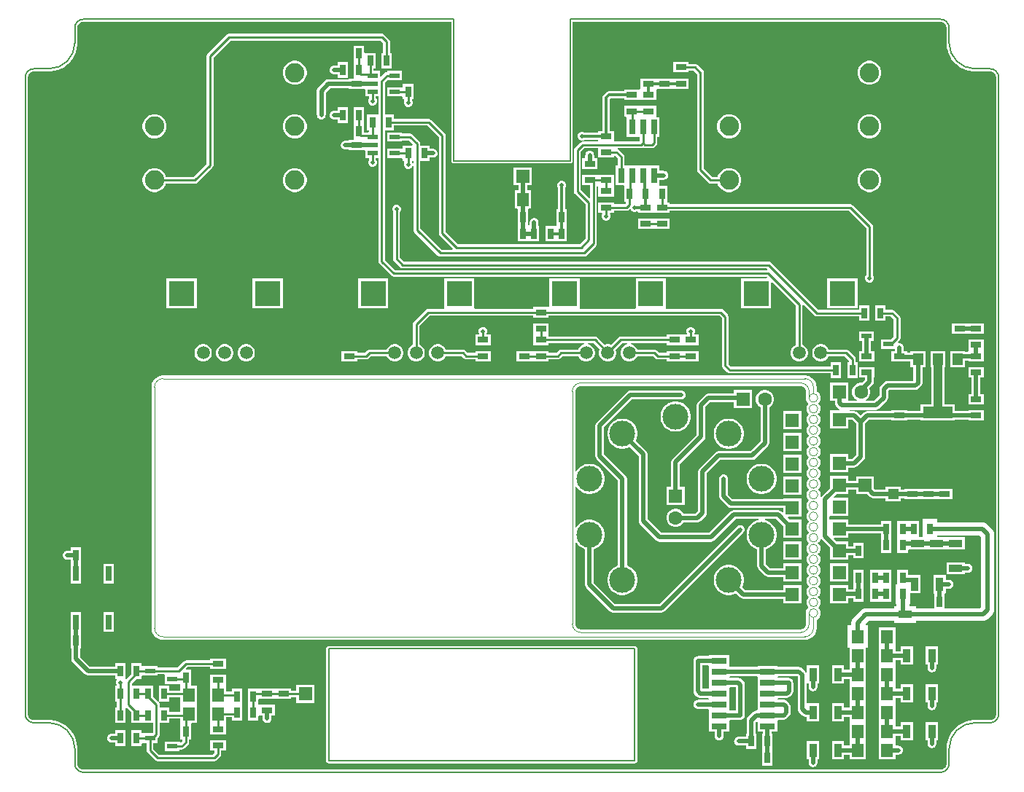
<source format=gtl>
G04*
G04 #@! TF.GenerationSoftware,Altium Limited,Altium Designer,24.0.1 (36)*
G04*
G04 Layer_Physical_Order=1*
G04 Layer_Color=255*
%FSAX44Y44*%
%MOMM*%
G71*
G04*
G04 #@! TF.SameCoordinates,AD116AE3-DE06-480B-A5EE-D1CFDF242DD9*
G04*
G04*
G04 #@! TF.FilePolarity,Positive*
G04*
G01*
G75*
%ADD10C,0.2000*%
%ADD11C,1.0000*%
%ADD17C,0.1000*%
%ADD18R,1.3000X0.7000*%
%ADD19R,0.7000X1.3000*%
%ADD20R,1.6000X0.9000*%
%ADD21R,0.9000X1.6000*%
%ADD22R,1.8000X0.7000*%
%ADD23R,1.2000X1.4000*%
%ADD24R,3.5000X1.4000*%
%ADD25R,1.2000X0.6000*%
%ADD26R,0.7000X1.8000*%
%ADD27R,1.2000X0.5500*%
%ADD28R,1.2000X1.2000*%
%ADD29R,1.5000X1.6000*%
%ADD30R,1.4000X1.6000*%
%ADD31C,0.2540*%
%ADD53C,0.5000*%
%ADD54C,0.3000*%
%ADD55C,1.6000*%
%ADD56R,1.6000X1.6000*%
%ADD57R,3.0000X3.0000*%
%ADD58C,1.5000*%
%ADD59C,2.2500*%
%ADD60R,1.6000X1.6000*%
%ADD61C,3.0000*%
%ADD62C,0.5000*%
G36*
X01918000Y01678928D02*
X01918684D01*
X01920025Y01678661D01*
X01921288Y01678138D01*
X01922425Y01677379D01*
X01923392Y01676411D01*
X01924151Y01675275D01*
X01924675Y01674011D01*
X01924941Y01672670D01*
Y01671988D01*
X01924932Y01654488D01*
X01924942Y01654438D01*
X01924933Y01654387D01*
X01924998Y01652424D01*
X01925032Y01652277D01*
X01925022Y01652125D01*
X01925534Y01648235D01*
X01925599Y01648044D01*
X01925612Y01647842D01*
X01926628Y01644052D01*
X01926717Y01643871D01*
X01926757Y01643673D01*
X01928258Y01640047D01*
X01928371Y01639880D01*
X01928435Y01639689D01*
X01930397Y01636290D01*
X01930531Y01636139D01*
X01930620Y01635958D01*
X01933009Y01632844D01*
X01933160Y01632711D01*
X01933273Y01632543D01*
X01936047Y01629769D01*
X01936215Y01629657D01*
X01936348Y01629505D01*
X01939461Y01627116D01*
X01939642Y01627027D01*
X01939794Y01626894D01*
X01943192Y01624932D01*
X01943383Y01624867D01*
X01943551Y01624755D01*
X01947177Y01623253D01*
X01947375Y01623214D01*
X01947556Y01623124D01*
X01951346Y01622109D01*
X01951547Y01622095D01*
X01951738Y01622031D01*
X01955629Y01621518D01*
X01955780Y01621528D01*
X01955928Y01621494D01*
X01957890Y01621430D01*
X01957941Y01621438D01*
X01957990Y01621428D01*
X01975500Y01621428D01*
X01975515Y01621431D01*
X01975530Y01621428D01*
X01976189Y01621435D01*
X01977515Y01621171D01*
X01978778Y01620647D01*
X01979915Y01619888D01*
X01980882Y01618921D01*
X01981642Y01617784D01*
X01982165Y01616521D01*
X01982432Y01615180D01*
X01982432Y01614496D01*
X01982432Y00874477D01*
Y00873793D01*
X01982165Y00872452D01*
X01981642Y00871189D01*
X01980882Y00870052D01*
X01979915Y00869085D01*
X01978778Y00868326D01*
X01977515Y00867803D01*
X01976174Y00867536D01*
X01975492D01*
X01957992Y00867545D01*
X01957941Y00867535D01*
X01957890Y00867544D01*
X01955928Y00867479D01*
X01955780Y00867445D01*
X01955629Y00867455D01*
X01951738Y00866943D01*
X01951547Y00866878D01*
X01951346Y00866865D01*
X01947556Y00865849D01*
X01947375Y00865760D01*
X01947177Y00865720D01*
X01943551Y00864219D01*
X01943383Y00864107D01*
X01943192Y00864042D01*
X01939794Y00862080D01*
X01939642Y00861946D01*
X01939461Y00861857D01*
X01936348Y00859468D01*
X01936215Y00859317D01*
X01936047Y00859205D01*
X01933273Y00856430D01*
X01933160Y00856262D01*
X01933009Y00856129D01*
X01930620Y00853016D01*
X01930531Y00852835D01*
X01930397Y00852683D01*
X01928435Y00849285D01*
X01928371Y00849093D01*
X01928258Y00848926D01*
X01926757Y00845300D01*
X01926717Y00845102D01*
X01926628Y00844921D01*
X01925612Y00841131D01*
X01925599Y00840930D01*
X01925534Y00840739D01*
X01925022Y00836848D01*
X01925032Y00836697D01*
X01924998Y00836549D01*
X01924933Y00834587D01*
X01924942Y00834537D01*
X01924932Y00834487D01*
X01924932Y00816977D01*
X01924935Y00816962D01*
X01924932Y00816947D01*
X01924938Y00816288D01*
X01924675Y00814962D01*
X01924151Y00813699D01*
X01923392Y00812562D01*
X01922425Y00811595D01*
X01921288Y00810835D01*
X01920025Y00810312D01*
X01918684Y00810045D01*
X01918000Y00810045D01*
X00922981Y00810045D01*
X00922297D01*
X00920956Y00810312D01*
X00919693Y00810835D01*
X00918556Y00811595D01*
X00917589Y00812562D01*
X00916830Y00813699D01*
X00916306Y00814962D01*
X00916040Y00816303D01*
Y00816985D01*
X00916049Y00834485D01*
X00916039Y00834536D01*
X00916047Y00834587D01*
X00915983Y00836549D01*
X00915949Y00836696D01*
X00915959Y00836848D01*
X00915446Y00840739D01*
X00915382Y00840930D01*
X00915368Y00841131D01*
X00914353Y00844921D01*
X00914263Y00845102D01*
X00914224Y00845300D01*
X00912722Y00848926D01*
X00912610Y00849093D01*
X00912545Y00849285D01*
X00910583Y00852683D01*
X00910450Y00852835D01*
X00910361Y00853016D01*
X00907972Y00856129D01*
X00907821Y00856262D01*
X00907708Y00856430D01*
X00904934Y00859205D01*
X00904766Y00859317D01*
X00904633Y00859468D01*
X00901519Y00861857D01*
X00901339Y00861946D01*
X00901187Y00862080D01*
X00897788Y00864042D01*
X00897597Y00864107D01*
X00897430Y00864219D01*
X00893804Y00865720D01*
X00893606Y00865760D01*
X00893425Y00865849D01*
X00889635Y00866865D01*
X00889434Y00866878D01*
X00889242Y00866943D01*
X00885352Y00867455D01*
X00885200Y00867445D01*
X00885053Y00867479D01*
X00883091Y00867544D01*
X00883039Y00867535D01*
X00882989Y00867545D01*
X00865489Y00867536D01*
X00864807D01*
X00863466Y00867803D01*
X00862202Y00868326D01*
X00861066Y00869085D01*
X00860099Y00870052D01*
X00859339Y00871189D01*
X00858816Y00872452D01*
X00858549Y00873793D01*
Y00874477D01*
Y01614496D01*
Y01615180D01*
X00858816Y01616521D01*
X00859339Y01617784D01*
X00860099Y01618921D01*
X00861066Y01619888D01*
X00862202Y01620647D01*
X00863466Y01621171D01*
X00864807Y01621438D01*
X00865489D01*
X00882989Y01621428D01*
X00883039Y01621438D01*
X00883091Y01621430D01*
X00885053Y01621494D01*
X00885200Y01621528D01*
X00885352Y01621518D01*
X00889242Y01622031D01*
X00889433Y01622095D01*
X00889635Y01622109D01*
X00893425Y01623124D01*
X00893606Y01623214D01*
X00893804Y01623253D01*
X00897430Y01624755D01*
X00897597Y01624867D01*
X00897788Y01624932D01*
X00901187Y01626894D01*
X00901339Y01627027D01*
X00901519Y01627116D01*
X00904633Y01629505D01*
X00904766Y01629657D01*
X00904934Y01629769D01*
X00907708Y01632543D01*
X00907821Y01632711D01*
X00907972Y01632844D01*
X00910361Y01635958D01*
X00910450Y01636138D01*
X00910583Y01636290D01*
X00912545Y01639689D01*
X00912610Y01639880D01*
X00912722Y01640047D01*
X00914224Y01643673D01*
X00914263Y01643871D01*
X00914353Y01644052D01*
X00915368Y01647842D01*
X00915382Y01648044D01*
X00915446Y01648235D01*
X00915959Y01652125D01*
X00915949Y01652277D01*
X00915983Y01652424D01*
X00916047Y01654387D01*
X00916039Y01654437D01*
X00916049Y01654487D01*
X00916049Y01671996D01*
X00916046Y01672011D01*
X00916049Y01672026D01*
X00916042Y01672685D01*
X00916306Y01674011D01*
X00916830Y01675275D01*
X00917589Y01676411D01*
X00918556Y01677379D01*
X00919693Y01678138D01*
X00920956Y01678661D01*
X00922297Y01678928D01*
X01349932D01*
Y01517487D01*
X01350164Y01516316D01*
X01350827Y01515324D01*
X01351820Y01514661D01*
X01352990Y01514428D01*
X01487990D01*
X01489161Y01514661D01*
X01490153Y01515324D01*
X01490816Y01516316D01*
X01491049Y01517487D01*
Y01678928D01*
X01918000Y01678928D01*
D02*
G37*
%LPC*%
G36*
X01230030Y01632277D02*
X01217950D01*
Y01628375D01*
X01213991D01*
X01213990Y01628375D01*
X01213494Y01628277D01*
X01212988D01*
X01212520Y01628083D01*
X01212024Y01627984D01*
X01211603Y01627703D01*
X01211135Y01627509D01*
X01210778Y01627151D01*
X01210357Y01626870D01*
X01210076Y01626449D01*
X01209718Y01626091D01*
X01209524Y01625624D01*
X01209243Y01625203D01*
X01209144Y01624707D01*
X01208950Y01624239D01*
Y01623733D01*
X01208852Y01623237D01*
X01208950Y01622740D01*
Y01622234D01*
X01209144Y01621767D01*
X01209243Y01621270D01*
X01209524Y01620849D01*
X01209718Y01620382D01*
X01210076Y01620024D01*
X01210357Y01619603D01*
X01210778Y01619322D01*
X01211135Y01618964D01*
X01211603Y01618770D01*
X01212024Y01618489D01*
X01212520Y01618390D01*
X01212988Y01618197D01*
X01213494D01*
X01213990Y01618098D01*
X01217950D01*
Y01614197D01*
X01230030D01*
Y01632277D01*
D02*
G37*
G36*
X01269990Y01665121D02*
X01091740D01*
X01090254Y01664826D01*
X01088994Y01663983D01*
X01067244Y01642233D01*
X01066402Y01640973D01*
X01066106Y01639487D01*
Y01514096D01*
X01050881Y01498871D01*
X01018726D01*
X01018341Y01500309D01*
X01016525Y01503454D01*
X01013958Y01506021D01*
X01010813Y01507837D01*
X01007306Y01508777D01*
X01003675D01*
X01000168Y01507837D01*
X00997023Y01506021D01*
X00994456Y01503454D01*
X00992640Y01500309D01*
X00991701Y01496802D01*
Y01493171D01*
X00992640Y01489664D01*
X00994456Y01486519D01*
X00997023Y01483952D01*
X01000168Y01482136D01*
X01003675Y01481197D01*
X01007306D01*
X01010813Y01482136D01*
X01013958Y01483952D01*
X01016525Y01486519D01*
X01018341Y01489664D01*
X01018726Y01491102D01*
X01052490D01*
X01053977Y01491398D01*
X01055237Y01492240D01*
X01072737Y01509740D01*
X01073579Y01511000D01*
X01073875Y01512487D01*
Y01637878D01*
X01093350Y01657352D01*
X01268381D01*
X01271106Y01654628D01*
Y01642777D01*
X01268951D01*
Y01624697D01*
X01281030D01*
Y01642777D01*
X01278875D01*
Y01656237D01*
X01278579Y01657723D01*
X01277737Y01658983D01*
X01272737Y01663983D01*
X01271477Y01664826D01*
X01269990Y01665121D01*
D02*
G37*
G36*
X01837306Y01633777D02*
X01833675D01*
X01830168Y01632837D01*
X01827023Y01631021D01*
X01824456Y01628454D01*
X01822640Y01625309D01*
X01821700Y01621802D01*
Y01618171D01*
X01822640Y01614664D01*
X01824456Y01611519D01*
X01827023Y01608952D01*
X01830168Y01607136D01*
X01833675Y01606197D01*
X01837306D01*
X01840813Y01607136D01*
X01843958Y01608952D01*
X01846525Y01611519D01*
X01848341Y01614664D01*
X01849280Y01618171D01*
Y01621802D01*
X01848341Y01625309D01*
X01846525Y01628454D01*
X01843958Y01631021D01*
X01840813Y01632837D01*
X01837306Y01633777D01*
D02*
G37*
G36*
X01170306D02*
X01166675D01*
X01163168Y01632837D01*
X01160023Y01631021D01*
X01157456Y01628454D01*
X01155640Y01625309D01*
X01154700Y01621802D01*
Y01618171D01*
X01155640Y01614664D01*
X01157456Y01611519D01*
X01160023Y01608952D01*
X01163168Y01607136D01*
X01166675Y01606197D01*
X01170306D01*
X01173813Y01607136D01*
X01176958Y01608952D01*
X01179525Y01611519D01*
X01181341Y01614664D01*
X01182280Y01618171D01*
Y01621802D01*
X01181341Y01625309D01*
X01179525Y01628454D01*
X01176958Y01631021D01*
X01173813Y01632837D01*
X01170306Y01633777D01*
D02*
G37*
G36*
X01249030Y01651277D02*
X01236951D01*
Y01633197D01*
X01236950D01*
Y01632276D01*
X01236951D01*
Y01614197D01*
X01236105Y01613277D01*
X01230950D01*
Y01612375D01*
X01207505D01*
X01205538Y01611984D01*
X01203871Y01610870D01*
X01195539Y01602539D01*
X01194425Y01600871D01*
X01194034Y01598905D01*
Y01570737D01*
X01194133Y01570240D01*
Y01569734D01*
X01194327Y01569267D01*
X01194425Y01568770D01*
X01194706Y01568349D01*
X01194900Y01567882D01*
X01195258Y01567524D01*
X01195539Y01567103D01*
X01195960Y01566822D01*
X01196318Y01566464D01*
X01196786Y01566270D01*
X01197206Y01565989D01*
X01197703Y01565890D01*
X01198170Y01565697D01*
X01198677D01*
X01199173Y01565598D01*
X01199669Y01565697D01*
X01200175D01*
X01200643Y01565890D01*
X01201139Y01565989D01*
X01201560Y01566270D01*
X01202028Y01566464D01*
X01202386Y01566822D01*
X01202806Y01567103D01*
X01203088Y01567524D01*
X01203446Y01567882D01*
X01203639Y01568349D01*
X01203921Y01568770D01*
X01204019Y01569267D01*
X01204213Y01569734D01*
Y01570240D01*
X01204312Y01570737D01*
Y01596776D01*
X01209633Y01602098D01*
X01230950D01*
Y01601197D01*
X01249030D01*
X01249950Y01600352D01*
Y01592447D01*
X01254606D01*
Y01590230D01*
X01254218Y01589841D01*
X01253450Y01587989D01*
Y01585984D01*
X01254218Y01584132D01*
X01255636Y01582714D01*
X01257488Y01581947D01*
X01259493D01*
X01261345Y01582714D01*
X01262763Y01584132D01*
X01263530Y01585984D01*
Y01587989D01*
X01262763Y01589841D01*
X01262375Y01590230D01*
Y01592447D01*
X01265356D01*
Y01572205D01*
X01264530Y01571277D01*
X01252450D01*
Y01553197D01*
X01254606D01*
Y01551646D01*
X01253752Y01550610D01*
X01249030D01*
Y01560777D01*
X01249031D01*
Y01561697D01*
X01249030D01*
Y01579777D01*
X01236951D01*
Y01561697D01*
X01236950D01*
Y01560777D01*
X01236951D01*
Y01542697D01*
X01236105Y01541777D01*
X01230950D01*
Y01540875D01*
X01226990D01*
X01226494Y01540777D01*
X01225988D01*
X01225520Y01540583D01*
X01225024Y01540484D01*
X01224603Y01540203D01*
X01224136Y01540009D01*
X01223778Y01539651D01*
X01223357Y01539370D01*
X01223076Y01538949D01*
X01222718Y01538591D01*
X01222524Y01538124D01*
X01222243Y01537703D01*
X01222144Y01537207D01*
X01221950Y01536739D01*
Y01536233D01*
X01221852Y01535737D01*
X01221950Y01535240D01*
Y01534734D01*
X01222144Y01534267D01*
X01222243Y01533770D01*
X01222524Y01533349D01*
X01222718Y01532882D01*
X01223076Y01532524D01*
X01223357Y01532103D01*
X01223778Y01531822D01*
X01224136Y01531464D01*
X01224603Y01531270D01*
X01225024Y01530989D01*
X01225520Y01530890D01*
X01225988Y01530697D01*
X01226494D01*
X01226990Y01530598D01*
X01230950D01*
Y01529697D01*
X01249030D01*
X01249950Y01528852D01*
Y01520947D01*
X01254606D01*
Y01518730D01*
X01254218Y01518342D01*
X01253450Y01516489D01*
Y01514484D01*
X01254218Y01512632D01*
X01255636Y01511214D01*
X01257488Y01510447D01*
X01259493D01*
X01261345Y01511214D01*
X01262763Y01512632D01*
X01263530Y01514484D01*
Y01516489D01*
X01262763Y01518342D01*
X01262375Y01518730D01*
Y01520947D01*
X01265356D01*
Y01400737D01*
X01265651Y01399250D01*
X01266494Y01397990D01*
X01280494Y01383990D01*
X01281754Y01383148D01*
X01283241Y01382852D01*
X01716026D01*
X01716458Y01382297D01*
X01715836Y01381027D01*
X01686450D01*
Y01345947D01*
X01721530D01*
Y01376044D01*
X01722704Y01376530D01*
X01750106Y01349128D01*
Y01303837D01*
X01747826Y01302521D01*
X01745956Y01300651D01*
X01744635Y01298362D01*
X01743950Y01295808D01*
Y01293165D01*
X01744635Y01290611D01*
X01745956Y01288322D01*
X01747826Y01286453D01*
X01750115Y01285131D01*
X01752669Y01284447D01*
X01755312D01*
X01757866Y01285131D01*
X01760155Y01286453D01*
X01762024Y01288322D01*
X01763346Y01290611D01*
X01764030Y01293165D01*
Y01295808D01*
X01763346Y01298362D01*
X01762024Y01300651D01*
X01760155Y01302521D01*
X01757875Y01303837D01*
Y01349562D01*
X01759145Y01350088D01*
X01771494Y01337740D01*
X01772754Y01336898D01*
X01774240Y01336602D01*
X01823200D01*
Y01331447D01*
X01835280D01*
Y01349527D01*
X01823200D01*
Y01344371D01*
X01775849D01*
X01720987Y01399234D01*
X01719727Y01400076D01*
X01718241Y01400371D01*
X01295349D01*
X01290375Y01405346D01*
Y01458244D01*
X01290763Y01458632D01*
X01291530Y01460484D01*
Y01462489D01*
X01290763Y01464341D01*
X01289345Y01465759D01*
X01287493Y01466527D01*
X01285488D01*
X01283636Y01465759D01*
X01282218Y01464341D01*
X01281450Y01462489D01*
Y01460484D01*
X01282218Y01458632D01*
X01282606Y01458244D01*
Y01403737D01*
X01282901Y01402250D01*
X01283744Y01400990D01*
X01290994Y01393740D01*
X01292254Y01392898D01*
X01293740Y01392602D01*
X01716393D01*
X01717025Y01391805D01*
X01716504Y01390621D01*
X01284850D01*
X01273125Y01402346D01*
Y01553197D01*
X01283530D01*
Y01558352D01*
X01322544D01*
X01335606Y01545291D01*
Y01433237D01*
X01335901Y01431750D01*
X01336744Y01430490D01*
X01351939Y01415295D01*
X01351453Y01414121D01*
X01338849D01*
X01314125Y01438846D01*
Y01517197D01*
X01325030D01*
Y01521098D01*
X01328990D01*
X01329487Y01521197D01*
X01329993D01*
X01330461Y01521390D01*
X01330957Y01521489D01*
X01331378Y01521770D01*
X01331845Y01521964D01*
X01332203Y01522322D01*
X01332624Y01522603D01*
X01332905Y01523024D01*
X01333263Y01523382D01*
X01333457Y01523849D01*
X01333738Y01524270D01*
X01333837Y01524766D01*
X01334030Y01525234D01*
Y01525740D01*
X01334129Y01526237D01*
X01334030Y01526733D01*
Y01527239D01*
X01333837Y01527707D01*
X01333738Y01528203D01*
X01333457Y01528624D01*
X01333263Y01529091D01*
X01332905Y01529449D01*
X01332624Y01529870D01*
X01332203Y01530151D01*
X01331845Y01530509D01*
X01331378Y01530703D01*
X01330957Y01530984D01*
X01330461Y01531083D01*
X01329993Y01531277D01*
X01329487D01*
X01328990Y01531375D01*
X01325030D01*
Y01535277D01*
X01314125D01*
Y01537237D01*
X01313829Y01538723D01*
X01312987Y01539984D01*
X01304987Y01547984D01*
X01303727Y01548826D01*
X01302240Y01549121D01*
X01293030D01*
Y01550527D01*
X01275950D01*
Y01539947D01*
X01293030D01*
Y01541352D01*
X01300631D01*
X01305437Y01536547D01*
X01304911Y01535277D01*
X01293950D01*
Y01532372D01*
X01293030Y01531527D01*
X01275950D01*
Y01520947D01*
X01293030D01*
X01293950Y01520102D01*
Y01517197D01*
X01295027D01*
X01295379Y01516633D01*
X01295649Y01515927D01*
X01294950Y01514239D01*
Y01512234D01*
X01295718Y01510382D01*
X01297135Y01508964D01*
X01298988Y01508197D01*
X01300993D01*
X01302845Y01508964D01*
X01304263Y01510382D01*
X01305030Y01512234D01*
Y01514239D01*
X01304332Y01515927D01*
X01304602Y01516633D01*
X01304826Y01516992D01*
X01306102Y01516947D01*
X01306356Y01516061D01*
Y01437237D01*
X01306651Y01435750D01*
X01307494Y01434490D01*
X01334494Y01407490D01*
X01335754Y01406648D01*
X01337240Y01406352D01*
X01504241D01*
X01505727Y01406648D01*
X01506987Y01407490D01*
X01517987Y01418490D01*
X01518829Y01419750D01*
X01519125Y01421237D01*
Y01488002D01*
X01519399Y01488180D01*
X01520582Y01488104D01*
X01520700Y01487927D01*
Y01476197D01*
X01538780D01*
Y01488277D01*
X01538781D01*
Y01489197D01*
X01538780D01*
Y01501277D01*
X01520701D01*
Y01501277D01*
X01519780D01*
Y01501277D01*
X01501700D01*
Y01489197D01*
X01511356D01*
Y01474196D01*
X01510182Y01473710D01*
X01500375Y01483517D01*
Y01528378D01*
X01504099Y01532102D01*
X01520700D01*
Y01521197D01*
X01538780D01*
Y01523352D01*
X01540381D01*
X01543306Y01520428D01*
Y01512277D01*
X01541150D01*
Y01489197D01*
X01549855D01*
X01550700Y01488277D01*
X01550700Y01487927D01*
Y01470197D01*
X01552856D01*
Y01468096D01*
X01551881Y01467121D01*
X01538780D01*
Y01469277D01*
X01520700D01*
Y01457197D01*
X01524777D01*
X01525129Y01456633D01*
X01525399Y01455927D01*
X01524700Y01454239D01*
Y01452234D01*
X01525468Y01450382D01*
X01526886Y01448964D01*
X01528738Y01448197D01*
X01530743D01*
X01532595Y01448964D01*
X01534013Y01450382D01*
X01534780Y01452234D01*
Y01454239D01*
X01534081Y01455927D01*
X01534352Y01456633D01*
X01534704Y01457197D01*
X01538780D01*
Y01459352D01*
X01553490D01*
X01554977Y01459648D01*
X01556237Y01460490D01*
X01556975Y01461227D01*
X01558220Y01460979D01*
X01558468Y01460382D01*
X01559886Y01458964D01*
X01561738Y01458197D01*
X01563743D01*
X01565430Y01458896D01*
X01566350Y01458544D01*
X01566700Y01458349D01*
Y01457197D01*
X01584430D01*
X01584780Y01457197D01*
X01585700D01*
X01586050Y01457197D01*
X01603780D01*
Y01459352D01*
X01811881D01*
X01831856Y01439377D01*
Y01384480D01*
X01831468Y01384091D01*
X01830700Y01382239D01*
Y01380234D01*
X01831468Y01378382D01*
X01832885Y01376964D01*
X01834738Y01376197D01*
X01836743D01*
X01838595Y01376964D01*
X01840013Y01378382D01*
X01840780Y01380234D01*
Y01382239D01*
X01840013Y01384091D01*
X01839625Y01384480D01*
Y01440987D01*
X01839329Y01442473D01*
X01838487Y01443734D01*
X01816237Y01465983D01*
X01814977Y01466826D01*
X01813490Y01467121D01*
X01603780D01*
Y01469277D01*
X01601625D01*
X01600780Y01470197D01*
Y01488277D01*
X01592175D01*
X01591330Y01489197D01*
X01591330Y01489547D01*
Y01495598D01*
X01596990D01*
X01597487Y01495697D01*
X01597993D01*
X01598461Y01495890D01*
X01598957Y01495989D01*
X01599378Y01496270D01*
X01599845Y01496464D01*
X01600203Y01496822D01*
X01600624Y01497103D01*
X01600905Y01497524D01*
X01601263Y01497882D01*
X01601457Y01498349D01*
X01601738Y01498770D01*
X01601837Y01499267D01*
X01602030Y01499734D01*
Y01500240D01*
X01602129Y01500737D01*
X01602030Y01501233D01*
Y01501739D01*
X01601837Y01502207D01*
X01601738Y01502703D01*
X01601457Y01503124D01*
X01601263Y01503592D01*
X01600905Y01503949D01*
X01600624Y01504370D01*
X01600203Y01504651D01*
X01599845Y01505009D01*
X01599378Y01505203D01*
X01598957Y01505484D01*
X01598461Y01505583D01*
X01597993Y01505777D01*
X01597487D01*
X01596990Y01505875D01*
X01591330D01*
Y01512277D01*
X01579900D01*
X01579250Y01512277D01*
X01577980Y01512277D01*
X01566550D01*
Y01512277D01*
X01565930D01*
Y01512277D01*
X01554500D01*
X01553850Y01512277D01*
X01552580Y01512277D01*
X01551075D01*
Y01522037D01*
X01550779Y01523523D01*
X01549937Y01524783D01*
X01544737Y01529984D01*
X01543477Y01530826D01*
X01543445Y01530832D01*
X01543570Y01532102D01*
X01570540D01*
X01572027Y01532398D01*
X01572590Y01532774D01*
X01573154Y01532398D01*
X01574640Y01532102D01*
X01583240D01*
X01584727Y01532398D01*
X01585987Y01533240D01*
X01588037Y01535290D01*
X01588879Y01536550D01*
X01589175Y01538037D01*
Y01545197D01*
X01591330D01*
Y01568277D01*
X01588625D01*
X01587780Y01569197D01*
X01587780Y01569547D01*
Y01581277D01*
X01569700D01*
Y01581277D01*
X01568780D01*
Y01581277D01*
X01550701D01*
Y01569197D01*
X01553006D01*
X01553850Y01568277D01*
Y01545197D01*
X01565280D01*
X01565930Y01545197D01*
X01567200Y01545197D01*
X01568706D01*
Y01539871D01*
X01539916D01*
X01538780Y01540197D01*
X01538780Y01541141D01*
Y01552277D01*
X01533860D01*
Y01589280D01*
X01534697Y01590117D01*
X01550701D01*
Y01588197D01*
X01568430D01*
X01568780Y01588197D01*
X01569700D01*
X01570051Y01588197D01*
X01587780D01*
Y01600277D01*
X01587780D01*
Y01600352D01*
X01589050Y01601197D01*
X01606780D01*
Y01601197D01*
X01607701D01*
Y01601197D01*
X01625780D01*
Y01613277D01*
X01607701D01*
Y01613277D01*
X01606780D01*
Y01613277D01*
X01588701D01*
Y01613277D01*
X01587780D01*
Y01613277D01*
X01569700D01*
Y01601547D01*
X01568855Y01600277D01*
X01568430Y01600277D01*
X01550701D01*
Y01598356D01*
X01532990D01*
X01531414Y01598042D01*
X01530078Y01597149D01*
X01526828Y01593899D01*
X01525935Y01592563D01*
X01525621Y01590987D01*
Y01552277D01*
X01520700D01*
Y01550356D01*
X01504999D01*
X01504845Y01550509D01*
X01502993Y01551277D01*
X01500988D01*
X01499135Y01550509D01*
X01497718Y01549091D01*
X01496950Y01547239D01*
Y01545234D01*
X01497718Y01543382D01*
X01499135Y01541964D01*
X01500988Y01541197D01*
X01502993D01*
X01504845Y01541964D01*
X01504999Y01542117D01*
X01519802D01*
X01520522Y01541398D01*
X01520348Y01540096D01*
X01519565Y01539871D01*
X01502490D01*
X01501004Y01539576D01*
X01499744Y01538734D01*
X01493744Y01532733D01*
X01492901Y01531473D01*
X01492606Y01529987D01*
Y01481908D01*
X01492901Y01480421D01*
X01493744Y01479161D01*
X01505856Y01467049D01*
Y01427346D01*
X01499131Y01420621D01*
X01357599D01*
X01343375Y01434846D01*
Y01546900D01*
X01343079Y01548386D01*
X01342237Y01549646D01*
X01326900Y01564984D01*
X01325640Y01565826D01*
X01324153Y01566121D01*
X01283530D01*
Y01571277D01*
X01273125D01*
Y01608878D01*
X01275002Y01610755D01*
X01275950Y01611447D01*
Y01611447D01*
X01275950Y01611447D01*
X01293030D01*
Y01622027D01*
X01275950D01*
Y01620621D01*
X01275490D01*
X01274004Y01620325D01*
X01272744Y01619483D01*
X01268204Y01614944D01*
X01267030Y01615430D01*
Y01622027D01*
X01259875D01*
Y01624697D01*
X01262030D01*
Y01642777D01*
X01249950D01*
X01249030Y01643622D01*
Y01651277D01*
D02*
G37*
G36*
X01306030Y01607027D02*
X01293950D01*
Y01603872D01*
X01293030Y01603027D01*
X01275950D01*
Y01592447D01*
X01293030D01*
X01293950Y01591602D01*
Y01588947D01*
X01295027D01*
X01295379Y01588383D01*
X01295649Y01587677D01*
X01294950Y01585989D01*
Y01583984D01*
X01295718Y01582132D01*
X01297135Y01580714D01*
X01298988Y01579947D01*
X01300993D01*
X01302845Y01580714D01*
X01304263Y01582132D01*
X01305030Y01583984D01*
Y01585989D01*
X01304332Y01587677D01*
X01304602Y01588383D01*
X01304954Y01588947D01*
X01306030D01*
Y01607027D01*
D02*
G37*
G36*
X01230030Y01579777D02*
X01217950D01*
Y01575875D01*
X01213991D01*
X01213990Y01575875D01*
X01213494Y01575777D01*
X01212988D01*
X01212520Y01575583D01*
X01212024Y01575484D01*
X01211603Y01575203D01*
X01211135Y01575009D01*
X01210778Y01574651D01*
X01210357Y01574370D01*
X01210076Y01573949D01*
X01209718Y01573591D01*
X01209524Y01573124D01*
X01209243Y01572703D01*
X01209144Y01572207D01*
X01208950Y01571739D01*
Y01571233D01*
X01208852Y01570737D01*
X01208950Y01570240D01*
Y01569734D01*
X01209144Y01569267D01*
X01209243Y01568770D01*
X01209524Y01568349D01*
X01209718Y01567882D01*
X01210076Y01567524D01*
X01210357Y01567103D01*
X01210778Y01566822D01*
X01211135Y01566464D01*
X01211603Y01566270D01*
X01212024Y01565989D01*
X01212520Y01565890D01*
X01212988Y01565697D01*
X01213494D01*
X01213990Y01565598D01*
X01217950D01*
Y01561697D01*
X01230030D01*
Y01579777D01*
D02*
G37*
G36*
X01837306Y01571277D02*
X01833675D01*
X01830168Y01570337D01*
X01827023Y01568521D01*
X01824456Y01565954D01*
X01822640Y01562809D01*
X01821700Y01559302D01*
Y01555671D01*
X01822640Y01552164D01*
X01824456Y01549019D01*
X01827023Y01546452D01*
X01830168Y01544636D01*
X01833675Y01543697D01*
X01837306D01*
X01840813Y01544636D01*
X01843958Y01546452D01*
X01846525Y01549019D01*
X01848341Y01552164D01*
X01849280Y01555671D01*
Y01559302D01*
X01848341Y01562809D01*
X01846525Y01565954D01*
X01843958Y01568521D01*
X01840813Y01570337D01*
X01837306Y01571277D01*
D02*
G37*
G36*
X01674306D02*
X01670675D01*
X01667168Y01570337D01*
X01664023Y01568521D01*
X01661456Y01565954D01*
X01659640Y01562809D01*
X01658700Y01559302D01*
Y01555671D01*
X01659640Y01552164D01*
X01661456Y01549019D01*
X01664023Y01546452D01*
X01667168Y01544636D01*
X01670675Y01543697D01*
X01674306D01*
X01677813Y01544636D01*
X01680958Y01546452D01*
X01683525Y01549019D01*
X01685341Y01552164D01*
X01686280Y01555671D01*
Y01559302D01*
X01685341Y01562809D01*
X01683525Y01565954D01*
X01680958Y01568521D01*
X01677813Y01570337D01*
X01674306Y01571277D01*
D02*
G37*
G36*
X01170306D02*
X01166675D01*
X01163168Y01570337D01*
X01160023Y01568521D01*
X01157456Y01565954D01*
X01155640Y01562809D01*
X01154700Y01559302D01*
Y01555671D01*
X01155640Y01552164D01*
X01157456Y01549019D01*
X01160023Y01546452D01*
X01163168Y01544636D01*
X01166675Y01543697D01*
X01170306D01*
X01173813Y01544636D01*
X01176958Y01546452D01*
X01179525Y01549019D01*
X01181341Y01552164D01*
X01182280Y01555671D01*
Y01559302D01*
X01181341Y01562809D01*
X01179525Y01565954D01*
X01176958Y01568521D01*
X01173813Y01570337D01*
X01170306Y01571277D01*
D02*
G37*
G36*
X01007306D02*
X01003675D01*
X01000168Y01570337D01*
X00997023Y01568521D01*
X00994456Y01565954D01*
X00992640Y01562809D01*
X00991701Y01559302D01*
Y01555671D01*
X00992640Y01552164D01*
X00994456Y01549019D01*
X00997023Y01546452D01*
X01000168Y01544636D01*
X01003675Y01543697D01*
X01007306D01*
X01010813Y01544636D01*
X01013958Y01546452D01*
X01016525Y01549019D01*
X01018341Y01552164D01*
X01019280Y01555671D01*
Y01559302D01*
X01018341Y01562809D01*
X01016525Y01565954D01*
X01013958Y01568521D01*
X01010813Y01570337D01*
X01007306Y01571277D01*
D02*
G37*
G36*
X01510741Y01529375D02*
X01510244Y01529277D01*
X01509738D01*
X01509270Y01529083D01*
X01508774Y01528984D01*
X01508353Y01528703D01*
X01507885Y01528509D01*
X01507528Y01528151D01*
X01507107Y01527870D01*
X01506826Y01527449D01*
X01506468Y01527092D01*
X01506274Y01526624D01*
X01505993Y01526203D01*
X01505894Y01525707D01*
X01505701Y01525239D01*
Y01524733D01*
X01505602Y01524237D01*
Y01520277D01*
X01501700D01*
Y01508197D01*
X01519780D01*
Y01520277D01*
X01515879D01*
Y01524237D01*
X01515780Y01524733D01*
Y01525239D01*
X01515587Y01525707D01*
X01515488Y01526203D01*
X01515207Y01526624D01*
X01515013Y01527092D01*
X01514655Y01527449D01*
X01514374Y01527870D01*
X01513953Y01528151D01*
X01513595Y01528509D01*
X01513128Y01528703D01*
X01512707Y01528984D01*
X01512211Y01529083D01*
X01511743Y01529277D01*
X01511237D01*
X01510741Y01529375D01*
D02*
G37*
G36*
X01837306Y01508777D02*
X01833675D01*
X01830168Y01507837D01*
X01827023Y01506021D01*
X01824456Y01503454D01*
X01822640Y01500309D01*
X01821700Y01496802D01*
Y01493171D01*
X01822640Y01489664D01*
X01824456Y01486519D01*
X01827023Y01483952D01*
X01830168Y01482136D01*
X01833675Y01481197D01*
X01837306D01*
X01840813Y01482136D01*
X01843958Y01483952D01*
X01846525Y01486519D01*
X01848341Y01489664D01*
X01849280Y01493171D01*
Y01496802D01*
X01848341Y01500309D01*
X01846525Y01503454D01*
X01843958Y01506021D01*
X01840813Y01507837D01*
X01837306Y01508777D01*
D02*
G37*
G36*
X01625780Y01632277D02*
X01607700D01*
Y01620197D01*
X01625780D01*
Y01622352D01*
X01631381D01*
X01635356Y01618378D01*
Y01506987D01*
X01635652Y01505500D01*
X01636494Y01504240D01*
X01648494Y01492240D01*
X01649754Y01491398D01*
X01651240Y01491102D01*
X01659255D01*
X01659640Y01489664D01*
X01661456Y01486519D01*
X01664023Y01483952D01*
X01667168Y01482136D01*
X01670675Y01481197D01*
X01674306D01*
X01677813Y01482136D01*
X01680958Y01483952D01*
X01683525Y01486519D01*
X01685341Y01489664D01*
X01686280Y01493171D01*
Y01496802D01*
X01685341Y01500309D01*
X01683525Y01503454D01*
X01680958Y01506021D01*
X01677813Y01507837D01*
X01674306Y01508777D01*
X01670675D01*
X01667168Y01507837D01*
X01664023Y01506021D01*
X01661456Y01503454D01*
X01659640Y01500309D01*
X01659255Y01498871D01*
X01652849D01*
X01643125Y01508596D01*
Y01619987D01*
X01642829Y01621473D01*
X01641987Y01622733D01*
X01635737Y01628983D01*
X01634477Y01629826D01*
X01632990Y01630121D01*
X01625780D01*
Y01632277D01*
D02*
G37*
G36*
X01170306Y01508777D02*
X01166675D01*
X01163168Y01507837D01*
X01160023Y01506021D01*
X01157456Y01503454D01*
X01155640Y01500309D01*
X01154700Y01496802D01*
Y01493171D01*
X01155640Y01489664D01*
X01157456Y01486519D01*
X01160023Y01483952D01*
X01163168Y01482136D01*
X01166675Y01481197D01*
X01170306D01*
X01173813Y01482136D01*
X01176958Y01483952D01*
X01179525Y01486519D01*
X01181341Y01489664D01*
X01182280Y01493171D01*
Y01496802D01*
X01181341Y01500309D01*
X01179525Y01503454D01*
X01176958Y01506021D01*
X01173813Y01507837D01*
X01170306Y01508777D01*
D02*
G37*
G36*
X01584780Y01450277D02*
Y01450277D01*
X01584467Y01450277D01*
X01566700D01*
Y01438197D01*
X01584780D01*
Y01438197D01*
X01585701D01*
Y01438197D01*
X01603780D01*
Y01450277D01*
X01586014D01*
X01585701Y01450277D01*
Y01450277D01*
X01584780D01*
D02*
G37*
G36*
X01479243Y01494027D02*
X01477238D01*
X01475385Y01493259D01*
X01473968Y01491841D01*
X01473200Y01489989D01*
Y01487984D01*
X01473968Y01486132D01*
X01474121Y01485978D01*
Y01461027D01*
X01472200D01*
Y01442947D01*
X01472200D01*
Y01442872D01*
X01470930Y01442027D01*
X01459200D01*
Y01423947D01*
X01471280D01*
Y01423947D01*
X01472200D01*
Y01423947D01*
X01484280D01*
Y01442027D01*
X01484281D01*
Y01442947D01*
X01484280D01*
Y01461027D01*
X01482360D01*
Y01485978D01*
X01482513Y01486132D01*
X01483280Y01487984D01*
Y01489989D01*
X01482513Y01491841D01*
X01481095Y01493259D01*
X01479243Y01494027D01*
D02*
G37*
G36*
X01443730Y01510027D02*
X01422650D01*
Y01488947D01*
X01428052D01*
Y01483027D01*
X01423650D01*
Y01461947D01*
X01426306D01*
X01427150Y01461027D01*
Y01443276D01*
X01427150Y01442947D01*
X01427150D01*
X01427200Y01442027D01*
X01427200D01*
Y01423947D01*
X01439280D01*
Y01423947D01*
X01440201D01*
Y01423947D01*
X01452280D01*
Y01442027D01*
X01451379D01*
Y01445987D01*
X01451280Y01446483D01*
Y01446989D01*
X01451087Y01447457D01*
X01450988Y01447953D01*
X01450707Y01448374D01*
X01450513Y01448842D01*
X01450155Y01449200D01*
X01449874Y01449620D01*
X01449453Y01449901D01*
X01449095Y01450259D01*
X01448628Y01450453D01*
X01448207Y01450734D01*
X01447711Y01450833D01*
X01447243Y01451027D01*
X01446737D01*
X01446240Y01451125D01*
X01445744Y01451027D01*
X01445238D01*
X01444770Y01450833D01*
X01444274Y01450734D01*
X01443853Y01450453D01*
X01443385Y01450259D01*
X01443028Y01449901D01*
X01442607Y01449620D01*
X01442326Y01449199D01*
X01441968Y01448842D01*
X01441774Y01448374D01*
X01441493Y01447953D01*
X01441394Y01447457D01*
X01441200Y01446989D01*
Y01446483D01*
X01441102Y01445987D01*
Y01442917D01*
X01441045Y01442861D01*
X01439402Y01443023D01*
X01439230Y01443276D01*
Y01461027D01*
X01440075Y01461947D01*
X01442730D01*
Y01483027D01*
X01438329D01*
Y01488947D01*
X01443730D01*
Y01510027D01*
D02*
G37*
G36*
X01821530Y01381027D02*
X01786450D01*
Y01345947D01*
X01821530D01*
Y01381027D01*
D02*
G37*
G36*
X01276860D02*
X01241780D01*
Y01345947D01*
X01276860D01*
Y01381027D01*
D02*
G37*
G36*
X01154530D02*
X01119450D01*
Y01345947D01*
X01154530D01*
Y01381027D01*
D02*
G37*
G36*
X01054530D02*
X01019450D01*
Y01345947D01*
X01054530D01*
Y01381027D01*
D02*
G37*
G36*
X01599200D02*
X01564120D01*
Y01346641D01*
X01564120Y01345947D01*
X01563089Y01345371D01*
X01500232D01*
X01499200Y01345947D01*
X01499200Y01346641D01*
Y01381027D01*
X01464120D01*
Y01347961D01*
X01463030Y01347527D01*
X01462850Y01347527D01*
X01444951D01*
Y01345371D01*
X01377892D01*
X01376860Y01345947D01*
X01376860Y01346641D01*
Y01381027D01*
X01341780D01*
Y01346641D01*
X01341780Y01345947D01*
X01340749Y01345371D01*
X01323241D01*
X01321754Y01345076D01*
X01320494Y01344234D01*
X01306574Y01330313D01*
X01305732Y01329053D01*
X01305436Y01327567D01*
Y01303837D01*
X01303156Y01302521D01*
X01301286Y01300651D01*
X01299965Y01298362D01*
X01299280Y01295808D01*
Y01293165D01*
X01299965Y01290611D01*
X01301286Y01288322D01*
X01303156Y01286453D01*
X01305445Y01285131D01*
X01307999Y01284447D01*
X01310642D01*
X01313196Y01285131D01*
X01315485Y01286453D01*
X01317354Y01288322D01*
X01318676Y01290611D01*
X01319360Y01293165D01*
Y01295808D01*
X01318676Y01298362D01*
X01317354Y01300651D01*
X01315485Y01302521D01*
X01313205Y01303837D01*
Y01325957D01*
X01324850Y01337602D01*
X01444951D01*
Y01335447D01*
X01463030D01*
Y01337602D01*
X01661381D01*
X01664106Y01334877D01*
Y01279737D01*
X01664402Y01278250D01*
X01665244Y01276990D01*
X01670558Y01271675D01*
X01671819Y01270833D01*
X01673305Y01270537D01*
X01790659D01*
Y01265382D01*
X01802739D01*
Y01283462D01*
X01790659D01*
Y01278307D01*
X01674914D01*
X01671875Y01281346D01*
Y01336487D01*
X01671579Y01337973D01*
X01670737Y01339234D01*
X01665737Y01344234D01*
X01664477Y01345076D01*
X01662990Y01345371D01*
X01600232D01*
X01599200Y01345947D01*
X01599200Y01346641D01*
Y01381027D01*
D02*
G37*
G36*
X01949280Y01328527D02*
Y01328527D01*
X01948967Y01328527D01*
X01931201D01*
Y01316447D01*
X01949280D01*
Y01316447D01*
X01950201D01*
Y01316447D01*
X01968280D01*
Y01328527D01*
X01950514D01*
X01950201Y01328527D01*
Y01328527D01*
X01949280D01*
D02*
G37*
G36*
X01387993Y01324527D02*
X01385988D01*
X01384135Y01323759D01*
X01382718Y01322341D01*
X01381950Y01320489D01*
Y01318484D01*
X01382649Y01316797D01*
X01382379Y01316090D01*
X01382027Y01315527D01*
X01377950D01*
Y01303447D01*
X01396030D01*
Y01315527D01*
X01391954D01*
X01391602Y01316090D01*
X01391331Y01316797D01*
X01392030Y01318484D01*
Y01320489D01*
X01391263Y01322341D01*
X01389845Y01323759D01*
X01387993Y01324527D01*
D02*
G37*
G36*
X01463030Y01328527D02*
X01444951D01*
Y01316447D01*
X01444950D01*
Y01315527D01*
X01444951D01*
Y01303447D01*
X01463030D01*
Y01305602D01*
X01504445D01*
X01504612Y01304332D01*
X01502785Y01303842D01*
X01500496Y01302521D01*
X01498626Y01300651D01*
X01497310Y01298371D01*
X01477490D01*
X01476004Y01298076D01*
X01474743Y01297233D01*
X01471881Y01294371D01*
X01463030D01*
Y01296527D01*
X01444951D01*
Y01296527D01*
X01444030D01*
Y01296527D01*
X01425950D01*
Y01284447D01*
X01444030D01*
Y01284447D01*
X01444951D01*
Y01284447D01*
X01463030D01*
Y01286602D01*
X01473490D01*
X01474977Y01286898D01*
X01476237Y01287740D01*
X01479099Y01290602D01*
X01497310D01*
X01498626Y01288322D01*
X01500496Y01286453D01*
X01502785Y01285131D01*
X01505339Y01284447D01*
X01507982D01*
X01510536Y01285131D01*
X01512825Y01286453D01*
X01514694Y01288322D01*
X01516016Y01290611D01*
X01516700Y01293165D01*
Y01295808D01*
X01516016Y01298362D01*
X01514694Y01300651D01*
X01512825Y01302521D01*
X01510536Y01303842D01*
X01508708Y01304332D01*
X01508876Y01305602D01*
X01515051D01*
X01522302Y01298351D01*
X01521620Y01295808D01*
Y01293165D01*
X01522305Y01290611D01*
X01523626Y01288322D01*
X01525496Y01286453D01*
X01527785Y01285131D01*
X01530339Y01284447D01*
X01532982D01*
X01535536Y01285131D01*
X01537825Y01286453D01*
X01539694Y01288322D01*
X01541016Y01290611D01*
X01541700Y01293165D01*
Y01295808D01*
X01541019Y01298351D01*
X01548270Y01305602D01*
X01554445D01*
X01554612Y01304332D01*
X01552785Y01303842D01*
X01550496Y01302521D01*
X01548626Y01300651D01*
X01547305Y01298362D01*
X01546620Y01295808D01*
Y01293165D01*
X01547305Y01290611D01*
X01548626Y01288322D01*
X01550496Y01286453D01*
X01552785Y01285131D01*
X01555339Y01284447D01*
X01557982D01*
X01560536Y01285131D01*
X01562825Y01286453D01*
X01564694Y01288322D01*
X01566011Y01290602D01*
X01584131D01*
X01586994Y01287740D01*
X01588254Y01286898D01*
X01589740Y01286602D01*
X01600200D01*
Y01284447D01*
X01618280D01*
Y01284447D01*
X01619200Y01284447D01*
Y01284447D01*
X01637280D01*
Y01296527D01*
X01619200D01*
Y01296527D01*
X01618280Y01296527D01*
Y01296527D01*
X01600200D01*
Y01294371D01*
X01591349D01*
X01588487Y01297233D01*
X01587227Y01298076D01*
X01585741Y01298371D01*
X01566011D01*
X01564694Y01300651D01*
X01562825Y01302521D01*
X01560536Y01303842D01*
X01558708Y01304332D01*
X01558876Y01305602D01*
X01600200D01*
Y01303447D01*
X01617930D01*
X01618280Y01303447D01*
X01619550Y01303447D01*
X01637280D01*
Y01315527D01*
X01633204D01*
X01632852Y01316090D01*
X01632581Y01316797D01*
X01633280Y01318484D01*
Y01320489D01*
X01632513Y01322342D01*
X01631095Y01323759D01*
X01629243Y01324527D01*
X01627238D01*
X01625385Y01323759D01*
X01623968Y01322342D01*
X01623200Y01320489D01*
Y01318484D01*
X01623899Y01316797D01*
X01623629Y01316090D01*
X01623277Y01315527D01*
X01619550D01*
X01619200Y01315527D01*
X01617930Y01315527D01*
X01600200D01*
Y01313371D01*
X01546660D01*
X01545174Y01313076D01*
X01543914Y01312233D01*
X01535525Y01303845D01*
X01532982Y01304527D01*
X01530339D01*
X01527796Y01303845D01*
X01519407Y01312233D01*
X01518147Y01313076D01*
X01516660Y01313371D01*
X01463030D01*
Y01315527D01*
X01463031D01*
Y01316447D01*
X01463030D01*
Y01328527D01*
D02*
G37*
G36*
X01968280Y01309527D02*
X01950201D01*
Y01297447D01*
X01950200D01*
Y01296895D01*
X01949310Y01295625D01*
X01946281D01*
Y01296527D01*
X01929200D01*
Y01277447D01*
X01946281D01*
Y01285348D01*
X01950201D01*
Y01284447D01*
X01968280D01*
Y01296527D01*
X01968280D01*
Y01297447D01*
X01968280D01*
Y01309527D01*
D02*
G37*
G36*
X01285642Y01304527D02*
X01282999D01*
X01280445Y01303842D01*
X01278156Y01302521D01*
X01276286Y01300651D01*
X01274970Y01298371D01*
X01255240D01*
X01253754Y01298076D01*
X01252494Y01297233D01*
X01249631Y01294371D01*
X01240780D01*
Y01296527D01*
X01222701D01*
Y01284447D01*
X01240780D01*
Y01286602D01*
X01251240D01*
X01252727Y01286898D01*
X01253987Y01287740D01*
X01256850Y01290602D01*
X01274970D01*
X01276286Y01288322D01*
X01278156Y01286453D01*
X01280445Y01285131D01*
X01282999Y01284447D01*
X01285642D01*
X01288196Y01285131D01*
X01290485Y01286453D01*
X01292354Y01288322D01*
X01293676Y01290611D01*
X01294360Y01293165D01*
Y01295808D01*
X01293676Y01298362D01*
X01292354Y01300651D01*
X01290485Y01302521D01*
X01288196Y01303842D01*
X01285642Y01304527D01*
D02*
G37*
G36*
X01840280Y01319527D02*
X01823200D01*
Y01308447D01*
X01827102D01*
Y01296527D01*
X01823200D01*
Y01284447D01*
X01841280D01*
Y01296527D01*
X01837379D01*
Y01308447D01*
X01840280D01*
Y01319527D01*
D02*
G37*
G36*
X01335642Y01304527D02*
X01332999D01*
X01330445Y01303842D01*
X01328156Y01302521D01*
X01326286Y01300651D01*
X01324965Y01298362D01*
X01324280Y01295808D01*
Y01293165D01*
X01324965Y01290611D01*
X01326286Y01288322D01*
X01328156Y01286453D01*
X01330445Y01285131D01*
X01332999Y01284447D01*
X01335642D01*
X01338196Y01285131D01*
X01340485Y01286453D01*
X01342354Y01288322D01*
X01343671Y01290602D01*
X01361881D01*
X01364744Y01287740D01*
X01366004Y01286898D01*
X01367491Y01286602D01*
X01377950D01*
Y01284447D01*
X01396030D01*
Y01296527D01*
X01377950D01*
Y01294371D01*
X01369099D01*
X01366237Y01297233D01*
X01364977Y01298076D01*
X01363490Y01298371D01*
X01343671D01*
X01342354Y01300651D01*
X01340485Y01302521D01*
X01338196Y01303842D01*
X01335642Y01304527D01*
D02*
G37*
G36*
X01113312D02*
X01110669D01*
X01108115Y01303842D01*
X01105826Y01302521D01*
X01103956Y01300651D01*
X01102635Y01298362D01*
X01101951Y01295808D01*
Y01293165D01*
X01102635Y01290611D01*
X01103956Y01288322D01*
X01105826Y01286453D01*
X01108115Y01285131D01*
X01110669Y01284447D01*
X01113312D01*
X01115866Y01285131D01*
X01118155Y01286453D01*
X01120024Y01288322D01*
X01121346Y01290611D01*
X01122030Y01293165D01*
Y01295808D01*
X01121346Y01298362D01*
X01120024Y01300651D01*
X01118155Y01302521D01*
X01115866Y01303842D01*
X01113312Y01304527D01*
D02*
G37*
G36*
X01088312D02*
X01085669D01*
X01083115Y01303842D01*
X01080826Y01302521D01*
X01078956Y01300651D01*
X01077635Y01298362D01*
X01076950Y01295808D01*
Y01293165D01*
X01077635Y01290611D01*
X01078956Y01288322D01*
X01080826Y01286453D01*
X01083115Y01285131D01*
X01085669Y01284447D01*
X01088312D01*
X01090866Y01285131D01*
X01093155Y01286453D01*
X01095024Y01288322D01*
X01096346Y01290611D01*
X01097030Y01293165D01*
Y01295808D01*
X01096346Y01298362D01*
X01095024Y01300651D01*
X01093155Y01302521D01*
X01090866Y01303842D01*
X01088312Y01304527D01*
D02*
G37*
G36*
X01063312D02*
X01060669D01*
X01058115Y01303842D01*
X01055826Y01302521D01*
X01053956Y01300651D01*
X01052635Y01298362D01*
X01051950Y01295808D01*
Y01293165D01*
X01052635Y01290611D01*
X01053956Y01288322D01*
X01055826Y01286453D01*
X01058115Y01285131D01*
X01060669Y01284447D01*
X01063312D01*
X01065866Y01285131D01*
X01068155Y01286453D01*
X01070024Y01288322D01*
X01071346Y01290611D01*
X01072030Y01293165D01*
Y01295808D01*
X01071346Y01298362D01*
X01070024Y01300651D01*
X01068155Y01302521D01*
X01065866Y01303842D01*
X01063312Y01304527D01*
D02*
G37*
G36*
X01015490Y01268039D02*
X01015484Y01268038D01*
X01015479Y01268039D01*
X01014445Y01268038D01*
X01014150Y01267979D01*
X01013848Y01267979D01*
X01011821Y01267574D01*
X01011543Y01267459D01*
X01011247Y01267400D01*
X01009337Y01266607D01*
X01009087Y01266440D01*
X01008809Y01266324D01*
X01007090Y01265175D01*
X01006877Y01264961D01*
X01006627Y01264794D01*
X01005165Y01263331D01*
X01004998Y01263081D01*
X01004785Y01262868D01*
X01003637Y01261148D01*
X01003522Y01260870D01*
X01003355Y01260620D01*
X01002564Y01258709D01*
X01002505Y01258413D01*
X01002390Y01258135D01*
X01001987Y01256107D01*
X01001987Y01255806D01*
X01001928Y01255511D01*
Y01254477D01*
Y00974477D01*
Y00973442D01*
X01001987Y00973147D01*
Y00972845D01*
X01002390Y00970816D01*
X01002505Y00970538D01*
X01002564Y00970242D01*
X01003356Y00968331D01*
X01003523Y00968080D01*
X01003639Y00967802D01*
X01004788Y00966081D01*
X01005001Y00965869D01*
X01005169Y00965618D01*
X01006632Y00964155D01*
X01006882Y00963988D01*
X01007095Y00963774D01*
X01008816Y00962625D01*
X01009094Y00962510D01*
X01009344Y00962342D01*
X01011256Y00961551D01*
X01011552Y00961492D01*
X01011830Y00961376D01*
X01013859Y00960973D01*
X01014160D01*
X01014456Y00960914D01*
X01015490D01*
X01015495Y00960915D01*
X01015499Y00960914D01*
X01760490Y00960914D01*
X01761525D01*
X01761821Y00960973D01*
X01762122D01*
X01764151Y00961376D01*
X01764429Y00961492D01*
X01764725Y00961551D01*
X01766636Y00962342D01*
X01766887Y00962510D01*
X01767165Y00962625D01*
X01768886Y00963774D01*
X01769099Y00963988D01*
X01769349Y00964155D01*
X01770812Y00965618D01*
X01770980Y00965869D01*
X01771192Y00966081D01*
X01772342Y00967802D01*
X01772457Y00968080D01*
X01772625Y00968331D01*
X01773416Y00970242D01*
X01773475Y00970538D01*
X01773591Y00970816D01*
X01773994Y00972845D01*
Y00973147D01*
X01774053Y00973442D01*
Y00984195D01*
X01775225Y00984778D01*
X01775670Y00985122D01*
X01776122Y00985455D01*
X01777510Y00986976D01*
X01777801Y00987458D01*
X01778102Y00987932D01*
X01778846Y00989852D01*
X01778943Y00990406D01*
X01779053Y00990957D01*
Y00993081D01*
X01778820Y00994252D01*
X01777982Y00996275D01*
X01777319Y00997267D01*
X01775993Y00998593D01*
X01776892Y00999491D01*
X01777555Y01000484D01*
X01778316Y01002321D01*
X01778549Y01003492D01*
Y01005481D01*
X01778316Y01006652D01*
X01777555Y01008489D01*
X01776892Y01009482D01*
X01775637Y01010737D01*
X01776892Y01011991D01*
X01777555Y01012984D01*
X01778316Y01014821D01*
X01778549Y01015992D01*
Y01017981D01*
X01778316Y01019152D01*
X01777555Y01020989D01*
X01776892Y01021982D01*
X01775637Y01023237D01*
X01776892Y01024491D01*
X01777555Y01025484D01*
X01778316Y01027321D01*
X01778549Y01028492D01*
Y01030481D01*
X01778316Y01031652D01*
X01777555Y01033489D01*
X01776892Y01034482D01*
X01775637Y01035737D01*
X01776892Y01036991D01*
X01777555Y01037984D01*
X01778316Y01039821D01*
X01778549Y01040992D01*
Y01042981D01*
X01778316Y01044152D01*
X01777555Y01045989D01*
X01776892Y01046982D01*
X01775637Y01048237D01*
X01776892Y01049491D01*
X01777555Y01050484D01*
X01778316Y01052321D01*
X01778549Y01053492D01*
Y01055481D01*
X01778316Y01056652D01*
X01777555Y01058489D01*
X01776892Y01059482D01*
X01775637Y01060737D01*
X01776892Y01061991D01*
X01777555Y01062984D01*
X01778316Y01064821D01*
X01778549Y01065992D01*
Y01067981D01*
X01778316Y01069152D01*
X01777555Y01070989D01*
X01776892Y01071982D01*
X01775637Y01073237D01*
X01776892Y01074492D01*
X01777555Y01075484D01*
X01778316Y01077321D01*
X01778435Y01077919D01*
X01779783Y01078187D01*
X01780107Y01077703D01*
X01789950Y01067859D01*
Y01054047D01*
X01811030D01*
Y01059448D01*
X01816950D01*
Y01055447D01*
X01829030D01*
Y01073527D01*
X01816950D01*
Y01069725D01*
X01811030D01*
Y01075127D01*
X01797218D01*
X01794071Y01078273D01*
X01794557Y01079447D01*
X01811030D01*
Y01084848D01*
X01848951D01*
Y01080947D01*
X01848950D01*
X01848950Y01080026D01*
X01848950D01*
Y01061947D01*
X01861030D01*
Y01080026D01*
X01861030D01*
X01861030Y01080947D01*
X01861030D01*
Y01099027D01*
X01848951D01*
Y01095125D01*
X01811030D01*
Y01100527D01*
X01789951D01*
X01788879Y01101006D01*
Y01104367D01*
X01789951Y01104847D01*
X01811030D01*
Y01125927D01*
X01794557D01*
X01794071Y01127100D01*
X01797218Y01130247D01*
X01811030D01*
Y01135648D01*
X01820450D01*
Y01129947D01*
X01833263D01*
X01836357Y01126853D01*
X01838024Y01125739D01*
X01839990Y01125348D01*
X01854450D01*
Y01121947D01*
X01871530D01*
Y01125348D01*
X01875950D01*
Y01124447D01*
X01894030D01*
Y01124447D01*
X01894951D01*
Y01124447D01*
X01913030D01*
Y01124447D01*
X01913951D01*
Y01124447D01*
X01932030D01*
Y01136527D01*
X01913951D01*
Y01136527D01*
X01913030D01*
Y01136527D01*
X01894951D01*
Y01136527D01*
X01894030D01*
Y01136527D01*
X01875950D01*
Y01135625D01*
X01871530D01*
Y01139027D01*
X01854450D01*
Y01135625D01*
X01842119D01*
X01840530Y01137214D01*
Y01151027D01*
X01820450D01*
Y01145925D01*
X01811030D01*
Y01151327D01*
X01789950D01*
Y01137514D01*
X01780107Y01127670D01*
X01779393Y01126602D01*
X01778267Y01127203D01*
X01778316Y01127321D01*
X01778549Y01128492D01*
Y01130481D01*
X01778316Y01131652D01*
X01777555Y01133489D01*
X01776892Y01134482D01*
X01775637Y01135737D01*
X01776892Y01136992D01*
X01777555Y01137984D01*
X01778316Y01139821D01*
X01778549Y01140992D01*
Y01142981D01*
X01778316Y01144152D01*
X01777555Y01145989D01*
X01776892Y01146982D01*
X01775637Y01148237D01*
X01776892Y01149492D01*
X01777555Y01150484D01*
X01778316Y01152321D01*
X01778549Y01153492D01*
Y01155481D01*
X01778316Y01156652D01*
X01777555Y01158489D01*
X01776892Y01159482D01*
X01775637Y01160737D01*
X01776892Y01161992D01*
X01777555Y01162984D01*
X01778316Y01164821D01*
X01778549Y01165992D01*
Y01167981D01*
X01778316Y01169152D01*
X01777555Y01170989D01*
X01776892Y01171982D01*
X01775637Y01173237D01*
X01776892Y01174492D01*
X01777555Y01175484D01*
X01778316Y01177321D01*
X01778549Y01178492D01*
Y01180481D01*
X01778316Y01181652D01*
X01777555Y01183489D01*
X01776892Y01184482D01*
X01775637Y01185737D01*
X01776892Y01186992D01*
X01777555Y01187984D01*
X01778316Y01189821D01*
X01778549Y01190992D01*
Y01192981D01*
X01778316Y01194152D01*
X01777555Y01195989D01*
X01776892Y01196982D01*
X01775637Y01198237D01*
X01776892Y01199492D01*
X01777555Y01200484D01*
X01778316Y01202321D01*
X01778549Y01203492D01*
Y01205481D01*
X01778316Y01206652D01*
X01777555Y01208489D01*
X01776892Y01209482D01*
X01775637Y01210737D01*
X01776892Y01211992D01*
X01777555Y01212984D01*
X01778316Y01214821D01*
X01778549Y01215992D01*
Y01217981D01*
X01778316Y01219152D01*
X01777555Y01220989D01*
X01776892Y01221982D01*
X01775637Y01223237D01*
X01776892Y01224492D01*
X01777555Y01225484D01*
X01778316Y01227321D01*
X01778549Y01228492D01*
Y01230481D01*
X01778316Y01231652D01*
X01777555Y01233489D01*
X01776892Y01234482D01*
X01775993Y01235380D01*
X01777319Y01236706D01*
X01777982Y01237698D01*
X01778820Y01239721D01*
X01779053Y01240892D01*
Y01243016D01*
X01778943Y01243568D01*
X01778846Y01244121D01*
X01778102Y01246041D01*
X01777801Y01246516D01*
X01777510Y01246997D01*
X01776122Y01248518D01*
X01775669Y01248852D01*
X01775225Y01249195D01*
X01774053Y01249778D01*
Y01255511D01*
X01773994Y01255807D01*
Y01256108D01*
X01773591Y01258137D01*
X01773475Y01258416D01*
X01773416Y01258711D01*
X01772625Y01260623D01*
X01772457Y01260873D01*
X01772342Y01261151D01*
X01771192Y01262872D01*
X01770979Y01263085D01*
X01770812Y01263335D01*
X01769349Y01264798D01*
X01769099Y01264966D01*
X01768885Y01265179D01*
X01767165Y01266328D01*
X01766887Y01266443D01*
X01766636Y01266611D01*
X01764725Y01267403D01*
X01764429Y01267461D01*
X01764151Y01267577D01*
X01762122Y01267980D01*
X01761821D01*
X01761525Y01268039D01*
X01760490Y01268039D01*
X01015490Y01268039D01*
D02*
G37*
G36*
X01780312Y01304527D02*
X01777669D01*
X01775115Y01303842D01*
X01772826Y01302521D01*
X01770956Y01300651D01*
X01769635Y01298362D01*
X01768950Y01295808D01*
Y01293165D01*
X01769635Y01290611D01*
X01770956Y01288322D01*
X01772826Y01286453D01*
X01775115Y01285131D01*
X01777669Y01284447D01*
X01780312D01*
X01782866Y01285131D01*
X01785155Y01286453D01*
X01787024Y01288322D01*
X01788341Y01290602D01*
X01806881D01*
X01811814Y01285669D01*
Y01283462D01*
X01809659D01*
Y01265382D01*
X01821739D01*
Y01283462D01*
X01819583D01*
Y01287278D01*
X01819288Y01288765D01*
X01818446Y01290025D01*
X01811237Y01297233D01*
X01809977Y01298076D01*
X01808490Y01298371D01*
X01788341D01*
X01787024Y01300651D01*
X01785155Y01302521D01*
X01782866Y01303842D01*
X01780312Y01304527D01*
D02*
G37*
G36*
X01854280Y01349527D02*
X01842200D01*
Y01331447D01*
X01854280D01*
Y01336602D01*
X01860381D01*
X01863666Y01333318D01*
Y01312906D01*
X01860787Y01310027D01*
X01849200D01*
Y01298947D01*
X01865102D01*
Y01296527D01*
X01861201D01*
Y01284447D01*
X01870744D01*
X01871241Y01284348D01*
X01883201D01*
Y01277447D01*
X01886602D01*
Y01261625D01*
X01856240D01*
X01854274Y01261234D01*
X01852607Y01260120D01*
X01848607Y01256120D01*
X01847493Y01254453D01*
X01847102Y01252487D01*
Y01244615D01*
X01840862Y01238375D01*
X01831131D01*
X01830791Y01239645D01*
X01832362Y01240553D01*
X01834324Y01242515D01*
X01835712Y01244918D01*
X01836430Y01247599D01*
Y01250374D01*
X01835712Y01253055D01*
X01835505Y01253413D01*
X01839124Y01257032D01*
X01840238Y01258699D01*
X01840629Y01260666D01*
Y01265447D01*
X01841280D01*
Y01277527D01*
X01823200D01*
Y01265447D01*
X01830352D01*
Y01262794D01*
X01827084Y01259527D01*
X01824503D01*
X01821822Y01258808D01*
X01819419Y01257421D01*
X01817456Y01255458D01*
X01816069Y01253055D01*
X01815350Y01250374D01*
Y01247599D01*
X01816069Y01244918D01*
X01817456Y01242515D01*
X01819419Y01240553D01*
X01820990Y01239645D01*
X01820650Y01238375D01*
X01812271D01*
X01811030Y01238447D01*
Y01259527D01*
X01789950D01*
Y01238447D01*
X01795352D01*
Y01236237D01*
X01795743Y01234270D01*
X01796857Y01232603D01*
X01799857Y01229603D01*
X01801064Y01228797D01*
X01800678Y01227527D01*
X01789950D01*
Y01206447D01*
X01811030D01*
Y01216348D01*
X01815862D01*
X01820227Y01211983D01*
Y01175990D01*
X01815562Y01171325D01*
X01811030D01*
Y01176727D01*
X01789950D01*
Y01155647D01*
X01811030D01*
Y01161048D01*
X01817690D01*
X01819657Y01161439D01*
X01821324Y01162553D01*
X01828999Y01170228D01*
X01830113Y01171895D01*
X01830504Y01173862D01*
Y01211983D01*
X01834869Y01216348D01*
X01861201D01*
Y01215447D01*
X01879281D01*
Y01216348D01*
X01894700D01*
Y01215447D01*
X01934780D01*
Y01216348D01*
X01950201D01*
Y01215447D01*
X01968280D01*
Y01227527D01*
X01950201D01*
Y01226625D01*
X01934780D01*
Y01234527D01*
X01922345D01*
Y01277447D01*
X01923280D01*
Y01296527D01*
X01906201D01*
Y01277447D01*
X01907135D01*
Y01234527D01*
X01894700D01*
Y01226625D01*
X01879281D01*
Y01227527D01*
X01861201D01*
Y01226625D01*
X01832740D01*
X01830774Y01226234D01*
X01829107Y01225120D01*
X01825365Y01221379D01*
X01821624Y01225120D01*
X01819957Y01226234D01*
X01817990Y01226625D01*
X01812025D01*
X01811962Y01226870D01*
X01812957Y01228098D01*
X01842990D01*
X01844957Y01228489D01*
X01846624Y01229603D01*
X01855874Y01238853D01*
X01856988Y01240520D01*
X01857379Y01242487D01*
Y01250358D01*
X01858369Y01251348D01*
X01888811D01*
X01890778Y01251739D01*
X01892445Y01252853D01*
X01895374Y01255782D01*
X01896488Y01257449D01*
X01896879Y01259416D01*
Y01277447D01*
X01900280D01*
Y01296527D01*
X01883201D01*
Y01294625D01*
X01879281D01*
Y01296527D01*
X01875379D01*
Y01300487D01*
X01875280Y01300983D01*
Y01301489D01*
X01875087Y01301957D01*
X01874988Y01302453D01*
X01874707Y01302874D01*
X01874513Y01303342D01*
X01874155Y01303700D01*
X01873874Y01304120D01*
X01873454Y01304401D01*
X01873095Y01304759D01*
X01872628Y01304953D01*
X01872207Y01305234D01*
X01871711Y01305333D01*
X01871243Y01305527D01*
X01870737D01*
X01870240Y01305625D01*
X01869744Y01305527D01*
X01869238D01*
X01869080Y01305592D01*
X01868722Y01306974D01*
X01870297Y01308550D01*
X01871139Y01309810D01*
X01871435Y01311297D01*
Y01334927D01*
X01871139Y01336413D01*
X01870297Y01337673D01*
X01864737Y01343233D01*
X01863477Y01344076D01*
X01861990Y01344371D01*
X01854280D01*
Y01349527D01*
D02*
G37*
G36*
X01968280Y01277527D02*
X01950201D01*
Y01265447D01*
X01954102D01*
Y01246527D01*
X01950201D01*
Y01234447D01*
X01968280D01*
Y01246527D01*
X01964379D01*
Y01265447D01*
X01968280D01*
Y01277527D01*
D02*
G37*
G36*
X01914491Y01101487D02*
X01897491D01*
Y01080027D01*
X01893875D01*
X01893031Y01080947D01*
X01893031Y01081297D01*
Y01099027D01*
X01880950D01*
Y01099027D01*
X01880030D01*
Y01099027D01*
X01867950D01*
Y01081297D01*
X01867950Y01080027D01*
X01867950Y01079677D01*
Y01061947D01*
X01880030D01*
Y01065102D01*
X01880950Y01065947D01*
X01902030D01*
Y01065947D01*
X01902950D01*
Y01065947D01*
X01924030D01*
Y01065947D01*
X01924951D01*
Y01065947D01*
X01946030D01*
Y01080027D01*
X01924951D01*
Y01080027D01*
X01924030D01*
Y01080027D01*
X01914491D01*
Y01082422D01*
X01963107D01*
X01965176Y01080353D01*
Y00998870D01*
X01964107Y00997801D01*
X01923030D01*
Y01014027D01*
X01923875Y01014947D01*
X01924030D01*
Y01020348D01*
X01927990D01*
X01928487Y01020447D01*
X01928993D01*
X01929461Y01020640D01*
X01929957Y01020739D01*
X01930378Y01021020D01*
X01930845Y01021214D01*
X01931203Y01021572D01*
X01931624Y01021853D01*
X01931905Y01022274D01*
X01932263Y01022632D01*
X01932457Y01023099D01*
X01932738Y01023520D01*
X01932837Y01024016D01*
X01933030Y01024484D01*
Y01024990D01*
X01933129Y01025487D01*
X01933030Y01025983D01*
Y01026489D01*
X01932837Y01026957D01*
X01932738Y01027453D01*
X01932457Y01027874D01*
X01932263Y01028342D01*
X01931905Y01028699D01*
X01931624Y01029120D01*
X01931203Y01029401D01*
X01930845Y01029759D01*
X01930378Y01029953D01*
X01929957Y01030234D01*
X01929461Y01030333D01*
X01928993Y01030527D01*
X01928487D01*
X01927990Y01030625D01*
X01924030D01*
Y01036027D01*
X01909950D01*
Y01014947D01*
X01910105D01*
X01910950Y01014027D01*
Y00997801D01*
X01889990D01*
Y00999737D01*
X01881555D01*
Y01002487D01*
X01882490D01*
Y01014947D01*
X01895030D01*
Y01036027D01*
X01880950D01*
X01880030Y01036872D01*
Y01042027D01*
X01867950D01*
Y01025487D01*
X01865491D01*
Y01002487D01*
X01866426D01*
Y00999737D01*
X01863990D01*
Y00997801D01*
X01831490D01*
X01829532Y00997543D01*
X01827708Y00996788D01*
X01826141Y00995586D01*
X01816641Y00986086D01*
X01815439Y00984519D01*
X01814683Y00982694D01*
X01814426Y00980737D01*
Y00977737D01*
X01809990D01*
Y00951737D01*
X01812450D01*
Y00932197D01*
X01812450D01*
Y00931276D01*
X01812450D01*
Y00925875D01*
X01806030D01*
Y00931277D01*
X01791950D01*
Y00910197D01*
X01806030D01*
Y00915598D01*
X01812450D01*
Y00910546D01*
X01812450Y00910197D01*
Y00909277D01*
X01812450Y00908927D01*
Y00888197D01*
X01812450D01*
Y00887276D01*
X01812450D01*
Y00881875D01*
X01806030D01*
Y00887277D01*
X01791950D01*
Y00866197D01*
X01806030D01*
Y00871598D01*
X01812450D01*
Y00866546D01*
X01812450Y00866197D01*
Y00865276D01*
X01812450Y00864927D01*
Y00844196D01*
X01812450D01*
X01812450Y00843277D01*
X01812450D01*
Y00837875D01*
X01806030D01*
Y00843277D01*
X01791950D01*
Y00822197D01*
X01806030D01*
Y00827598D01*
X01812450D01*
Y00822197D01*
X01831530D01*
Y00843277D01*
X01831530D01*
X01831530Y00844196D01*
X01831530D01*
Y00864927D01*
X01831530Y00865276D01*
Y00866197D01*
X01831530Y00866546D01*
Y00887276D01*
X01831530D01*
Y00888197D01*
X01831530D01*
Y00908927D01*
X01831530Y00909277D01*
Y00910197D01*
X01831530Y00910546D01*
Y00931276D01*
X01831530D01*
Y00932197D01*
X01831530D01*
Y00951737D01*
X01833990D01*
Y00977737D01*
X01831348D01*
X01830862Y00978910D01*
X01834624Y00982672D01*
X01863990D01*
Y00980737D01*
X01889990D01*
Y00982672D01*
X01967240D01*
X01969198Y00982930D01*
X01971023Y00983685D01*
X01972590Y00984887D01*
X01978089Y00990388D01*
X01979292Y00991954D01*
X01980047Y00993779D01*
X01980305Y00995737D01*
Y01083486D01*
X01980305Y01083487D01*
X01980176Y01084466D01*
X01980047Y01085444D01*
X01979292Y01087269D01*
X01978089Y01088836D01*
X01971590Y01095336D01*
X01970023Y01096538D01*
X01968198Y01097294D01*
X01966241Y01097551D01*
X01914491D01*
Y01101487D01*
D02*
G37*
G36*
X00920280Y01068277D02*
X00908200D01*
Y01064375D01*
X00904240D01*
X00904240Y01064375D01*
X00903744Y01064277D01*
X00903238D01*
X00902770Y01064083D01*
X00902274Y01063984D01*
X00901853Y01063703D01*
X00901385Y01063509D01*
X00901028Y01063151D01*
X00900607Y01062870D01*
X00900326Y01062449D01*
X00899968Y01062092D01*
X00899774Y01061624D01*
X00899493Y01061203D01*
X00899394Y01060707D01*
X00899200Y01060239D01*
Y01059733D01*
X00899102Y01059237D01*
X00899200Y01058740D01*
Y01058234D01*
X00899394Y01057766D01*
X00899493Y01057270D01*
X00899774Y01056849D01*
X00899968Y01056382D01*
X00900326Y01056024D01*
X00900607Y01055603D01*
X00901028Y01055322D01*
X00901385Y01054964D01*
X00901853Y01054770D01*
X00902274Y01054489D01*
X00902770Y01054390D01*
X00903238Y01054197D01*
X00903744D01*
X00904240Y01054098D01*
X00908200D01*
Y01050197D01*
X00908200D01*
X00908150Y01049277D01*
X00908150D01*
X00908150Y01048947D01*
Y01026197D01*
X00920230D01*
Y01049277D01*
X00920230D01*
X00920281Y01050197D01*
X00920280D01*
X00920280Y01050526D01*
Y01068277D01*
D02*
G37*
G36*
X01946030Y01051027D02*
X01924951D01*
Y01036947D01*
X01946030D01*
Y01038848D01*
X01949990D01*
X01950487Y01038947D01*
X01950993D01*
X01951461Y01039140D01*
X01951957Y01039239D01*
X01952378Y01039520D01*
X01952845Y01039714D01*
X01953203Y01040072D01*
X01953624Y01040353D01*
X01953905Y01040774D01*
X01954263Y01041132D01*
X01954457Y01041599D01*
X01954738Y01042020D01*
X01954837Y01042516D01*
X01955030Y01042984D01*
Y01043490D01*
X01955129Y01043987D01*
X01955030Y01044483D01*
Y01044989D01*
X01954837Y01045457D01*
X01954738Y01045953D01*
X01954457Y01046374D01*
X01954263Y01046842D01*
X01953905Y01047199D01*
X01953624Y01047620D01*
X01953203Y01047901D01*
X01952845Y01048259D01*
X01952378Y01048453D01*
X01951957Y01048734D01*
X01951461Y01048833D01*
X01950993Y01049027D01*
X01950487D01*
X01949990Y01049125D01*
X01946030D01*
Y01051027D01*
D02*
G37*
G36*
X01811030Y01049727D02*
X01789950D01*
Y01028647D01*
X01811030D01*
Y01049727D01*
D02*
G37*
G36*
X00958330Y01049277D02*
X00946250D01*
Y01026197D01*
X00958330D01*
Y01049277D01*
D02*
G37*
G36*
X01829030Y01042027D02*
X01816950D01*
Y01023947D01*
X01816950D01*
Y01023027D01*
X01816950D01*
Y01019125D01*
X01811030D01*
Y01024327D01*
X01789950D01*
Y01003247D01*
X01811030D01*
Y01008848D01*
X01816950D01*
Y01004947D01*
X01829030D01*
Y01023027D01*
X01829030D01*
Y01023947D01*
X01829030D01*
Y01042027D01*
D02*
G37*
G36*
X01848030Y01042027D02*
Y01042027D01*
X01847717Y01042027D01*
X01835950D01*
Y01024297D01*
X01835950Y01023947D01*
Y01023027D01*
X01835950Y01022677D01*
Y01004947D01*
X01848030D01*
Y01004947D01*
X01848951D01*
Y01004947D01*
X01861030D01*
Y01022677D01*
X01861030Y01023027D01*
Y01023947D01*
X01861030Y01024297D01*
Y01042027D01*
X01849264D01*
X01848951Y01042027D01*
Y01042027D01*
X01848030D01*
D02*
G37*
G36*
X00958330Y00993277D02*
X00946250D01*
Y00970197D01*
X00958330D01*
Y00993277D01*
D02*
G37*
G36*
X01865530Y00975277D02*
X01846450D01*
Y00954197D01*
X01846450D01*
Y00953277D01*
X01846450D01*
Y00932547D01*
X01846450Y00932197D01*
Y00931276D01*
X01846450Y00930927D01*
Y00910197D01*
X01846450D01*
Y00909277D01*
X01846450D01*
Y00888547D01*
X01846450Y00888196D01*
Y00887277D01*
X01846450Y00886926D01*
Y00866197D01*
X01846450D01*
Y00865276D01*
X01846450D01*
Y00844547D01*
X01846450Y00844196D01*
X01846450Y00842926D01*
Y00822197D01*
X01865530D01*
Y00827598D01*
X01869240D01*
X01869737Y00827697D01*
X01870243D01*
X01870710Y00827890D01*
X01871207Y00827989D01*
X01871628Y00828270D01*
X01872095Y00828464D01*
X01872453Y00828822D01*
X01872874Y00829103D01*
X01873155Y00829524D01*
X01873513Y00829882D01*
X01873707Y00830349D01*
X01873988Y00830770D01*
X01874087Y00831266D01*
X01874280Y00831734D01*
Y00832240D01*
X01874379Y00832737D01*
X01874280Y00833233D01*
Y00833739D01*
X01874087Y00834207D01*
X01873988Y00834703D01*
X01873707Y00835124D01*
X01873513Y00835592D01*
X01873155Y00835949D01*
X01872874Y00836370D01*
X01872453Y00836651D01*
X01872095Y00837009D01*
X01871628Y00837203D01*
X01871207Y00837484D01*
X01870710Y00837583D01*
X01870243Y00837777D01*
X01869737D01*
X01869240Y00837875D01*
X01865530D01*
Y00842926D01*
X01865530Y00843277D01*
X01865530Y00844547D01*
Y00849598D01*
X01871950D01*
Y00844197D01*
X01886030D01*
Y00865277D01*
X01871950D01*
Y00859875D01*
X01865530D01*
Y00865276D01*
X01865530D01*
Y00866197D01*
X01865530D01*
Y00886926D01*
X01865530Y00887277D01*
Y00888196D01*
X01865530Y00888547D01*
Y00893598D01*
X01871950D01*
Y00888197D01*
X01886030D01*
Y00909277D01*
X01871950D01*
Y00903875D01*
X01865530D01*
Y00909277D01*
X01865530D01*
Y00910197D01*
X01865530D01*
Y00930927D01*
X01865530Y00931276D01*
Y00932197D01*
X01865530Y00932547D01*
Y00937598D01*
X01871950D01*
Y00932197D01*
X01886030D01*
Y00953277D01*
X01871950D01*
Y00947875D01*
X01865530D01*
Y00953277D01*
X01865530D01*
Y00954197D01*
X01865530D01*
Y00975277D01*
D02*
G37*
G36*
X00920230Y00993277D02*
X00908150D01*
Y00970526D01*
X00908150Y00970197D01*
X00908150D01*
X00908200Y00969277D01*
X00908200D01*
Y00951197D01*
X00909102D01*
Y00938737D01*
X00909493Y00936770D01*
X00910607Y00935103D01*
X00924607Y00921103D01*
X00926274Y00919989D01*
X00928240Y00919598D01*
X00959700D01*
Y00915697D01*
X00961277D01*
X00961803Y00914427D01*
X00961468Y00914091D01*
X00960700Y00912239D01*
Y00910234D01*
X00961399Y00908547D01*
X00961129Y00907840D01*
X00960777Y00907277D01*
X00959700D01*
Y00889197D01*
X00961856D01*
Y00882277D01*
X00959700D01*
Y00864197D01*
X00971780D01*
Y00881109D01*
X00971780Y00881653D01*
X00972838Y00882420D01*
X00973108Y00882375D01*
X00978700Y00876783D01*
Y00864197D01*
X00990780D01*
Y00864197D01*
X00991700D01*
Y00864197D01*
X01003780D01*
X01003856Y00862958D01*
Y00853311D01*
X01002822Y00852277D01*
X00991700D01*
X00990780Y00853121D01*
Y00855777D01*
X00978700D01*
Y00837697D01*
X00990780D01*
Y00840352D01*
X00991700Y00841197D01*
X00996356D01*
Y00832737D01*
X00996651Y00831250D01*
X00997494Y00829990D01*
X01006494Y00820990D01*
X01007754Y00820148D01*
X01009240Y00819852D01*
X01074990D01*
X01076477Y00820148D01*
X01077737Y00820990D01*
X01081987Y00825240D01*
X01082829Y00826500D01*
X01083125Y00827987D01*
Y00832197D01*
X01088280D01*
Y00844277D01*
X01070200D01*
Y00832197D01*
X01075356D01*
Y00829596D01*
X01073381Y00827621D01*
X01010850D01*
X01004125Y00834346D01*
Y00841197D01*
X01008780D01*
Y00846783D01*
X01010487Y00848490D01*
X01011329Y00849750D01*
X01011625Y00851237D01*
Y00864197D01*
X01022780D01*
Y00869352D01*
X01035700D01*
Y00864197D01*
X01035700D01*
X01035700Y00863277D01*
X01035700D01*
Y00845197D01*
X01037856D01*
Y00843346D01*
X01036050Y00841540D01*
X01034780Y00842066D01*
Y00842777D01*
X01017700D01*
Y00831697D01*
X01034780D01*
Y00833352D01*
X01037240D01*
X01038727Y00833648D01*
X01039987Y00834490D01*
X01044487Y00838990D01*
X01045329Y00840250D01*
X01045625Y00841737D01*
Y00845197D01*
X01047780D01*
Y00863277D01*
X01048625Y00864197D01*
X01054780D01*
Y00885277D01*
X01054780D01*
Y00886197D01*
X01054780D01*
Y00907277D01*
X01048625D01*
X01047780Y00908197D01*
Y00926277D01*
X01042545D01*
X01042059Y00927450D01*
X01043961Y00929352D01*
X01070200D01*
Y00927197D01*
X01088280D01*
Y00939277D01*
X01070200D01*
Y00937121D01*
X01042352D01*
X01040866Y00936826D01*
X01039605Y00935984D01*
X01032243Y00928621D01*
X01008780D01*
Y00930277D01*
X00991700D01*
X00990780Y00931122D01*
Y00933777D01*
X00978700D01*
Y00921190D01*
X00973108Y00915598D01*
X00972838Y00915554D01*
X00971780Y00916321D01*
X00971780Y00916829D01*
Y00933777D01*
X00959700D01*
Y00929875D01*
X00930369D01*
X00919379Y00940865D01*
Y00951197D01*
X00920280D01*
Y00968947D01*
X00920280Y00969277D01*
X00920281D01*
X00920230Y00970197D01*
X00920230D01*
Y00993277D01*
D02*
G37*
G36*
X01915030Y00953277D02*
X01900950D01*
Y00932197D01*
X01902852D01*
Y00928237D01*
X01902950Y00927740D01*
Y00927234D01*
X01903144Y00926767D01*
X01903243Y00926270D01*
X01903524Y00925849D01*
X01903718Y00925382D01*
X01904076Y00925024D01*
X01904357Y00924603D01*
X01904778Y00924322D01*
X01905135Y00923964D01*
X01905603Y00923770D01*
X01906024Y00923489D01*
X01906520Y00923390D01*
X01906988Y00923197D01*
X01907494D01*
X01907990Y00923098D01*
X01908487Y00923197D01*
X01908993D01*
X01909461Y00923390D01*
X01909957Y00923489D01*
X01910378Y00923770D01*
X01910845Y00923964D01*
X01911203Y00924322D01*
X01911624Y00924603D01*
X01911905Y00925024D01*
X01912263Y00925382D01*
X01912457Y00925849D01*
X01912738Y00926270D01*
X01912837Y00926766D01*
X01913030Y00927234D01*
Y00927740D01*
X01913129Y00928237D01*
Y00932197D01*
X01915030D01*
Y00953277D01*
D02*
G37*
G36*
X01191280Y00908727D02*
X01170201D01*
Y00902121D01*
X01164280D01*
Y00904277D01*
X01146200D01*
Y00904277D01*
X01145280D01*
Y00904277D01*
X01127200D01*
Y00904277D01*
X01126280Y00904277D01*
Y00904277D01*
X01114200D01*
Y00886197D01*
X01114200D01*
Y00885276D01*
X01114200D01*
Y00867197D01*
X01126280D01*
Y00872352D01*
X01127200Y00873197D01*
X01127550Y00873197D01*
X01131102D01*
Y00869237D01*
X01131200Y00868740D01*
Y00868234D01*
X01131394Y00867766D01*
X01131493Y00867270D01*
X01131774Y00866849D01*
X01131968Y00866382D01*
X01132326Y00866024D01*
X01132607Y00865603D01*
X01133027Y00865322D01*
X01133385Y00864964D01*
X01133853Y00864770D01*
X01134274Y00864489D01*
X01134770Y00864390D01*
X01135238Y00864197D01*
X01135744D01*
X01136240Y00864098D01*
X01136737Y00864197D01*
X01137243D01*
X01137711Y00864390D01*
X01138207Y00864489D01*
X01138628Y00864770D01*
X01139095Y00864964D01*
X01139453Y00865322D01*
X01139874Y00865603D01*
X01140155Y00866024D01*
X01140513Y00866382D01*
X01140707Y00866849D01*
X01140988Y00867270D01*
X01141087Y00867766D01*
X01141280Y00868234D01*
Y00868740D01*
X01141379Y00869237D01*
Y00873197D01*
X01145280D01*
Y00885277D01*
X01127550D01*
X01127125Y00885277D01*
X01126280Y00886547D01*
Y00891352D01*
X01127200Y00892197D01*
X01145280D01*
Y00892197D01*
X01146200D01*
Y00892197D01*
X01164280D01*
Y00894352D01*
X01170201D01*
Y00887647D01*
X01191280D01*
Y00908727D01*
D02*
G37*
G36*
X01672530Y00942877D02*
X01649450D01*
Y00941975D01*
X01636090D01*
X01635594Y00941877D01*
X01635088D01*
X01634621Y00941683D01*
X01634124Y00941584D01*
X01633703Y00941303D01*
X01633235Y00941109D01*
X01632878Y00940751D01*
X01632457Y00940470D01*
X01632176Y00940049D01*
X01631818Y00939691D01*
X01631624Y00939224D01*
X01631343Y00938803D01*
X01631244Y00938307D01*
X01631051Y00937839D01*
Y00937333D01*
X01630952Y00936837D01*
X01630952Y00936836D01*
Y00901387D01*
X01631343Y00899420D01*
X01632457Y00897753D01*
X01635107Y00895103D01*
X01636774Y00893989D01*
X01638740Y00893598D01*
X01648552D01*
X01649450Y00892700D01*
Y00892073D01*
X01648552Y00891175D01*
X01636090D01*
X01635594Y00891077D01*
X01635088D01*
X01634621Y00890883D01*
X01634124Y00890784D01*
X01633703Y00890503D01*
X01633235Y00890309D01*
X01632878Y00889951D01*
X01632457Y00889670D01*
X01632176Y00889249D01*
X01631818Y00888892D01*
X01631624Y00888424D01*
X01631343Y00888003D01*
X01631244Y00887507D01*
X01631051Y00887039D01*
Y00886533D01*
X01630952Y00886037D01*
X01631051Y00885540D01*
Y00885034D01*
X01631244Y00884566D01*
X01631343Y00884070D01*
X01631624Y00883649D01*
X01631818Y00883182D01*
X01632176Y00882824D01*
X01632457Y00882403D01*
X01632878Y00882122D01*
X01633235Y00881764D01*
X01633703Y00881570D01*
X01634124Y00881289D01*
X01634620Y00881190D01*
X01635088Y00880997D01*
X01635594D01*
X01636090Y00880898D01*
X01648552D01*
X01649450Y00880000D01*
X01649450Y00878727D01*
Y00867947D01*
X01649450Y00867297D01*
X01649450Y00866027D01*
Y00854597D01*
X01655852D01*
Y00848937D01*
X01655950Y00848440D01*
Y00847934D01*
X01656144Y00847467D01*
X01656243Y00846970D01*
X01656524Y00846549D01*
X01656718Y00846082D01*
X01657076Y00845724D01*
X01657357Y00845303D01*
X01657778Y00845022D01*
X01658136Y00844664D01*
X01658603Y00844470D01*
X01659024Y00844189D01*
X01659520Y00844090D01*
X01659988Y00843897D01*
X01660494D01*
X01660990Y00843798D01*
X01661487Y00843897D01*
X01661993D01*
X01662461Y00844090D01*
X01662957Y00844189D01*
X01663378Y00844470D01*
X01663845Y00844664D01*
X01664203Y00845022D01*
X01664624Y00845303D01*
X01664905Y00845724D01*
X01665263Y00846082D01*
X01665457Y00846549D01*
X01665738Y00846970D01*
X01665837Y00847467D01*
X01666030Y00847934D01*
Y00848440D01*
X01666129Y00848937D01*
Y00854597D01*
X01672530D01*
Y00866027D01*
X01672530Y00866677D01*
Y00867300D01*
X01673428Y00868198D01*
X01685890D01*
X01686387Y00868297D01*
X01686893D01*
X01687360Y00868490D01*
X01687857Y00868589D01*
X01688278Y00868870D01*
X01688745Y00869064D01*
X01689103Y00869422D01*
X01689524Y00869703D01*
X01689805Y00870124D01*
X01690163Y00870482D01*
X01690357Y00870949D01*
X01690638Y00871370D01*
X01690737Y00871867D01*
X01690930Y00872334D01*
Y00872840D01*
X01691029Y00873337D01*
X01691029Y00873337D01*
Y00908787D01*
X01690638Y00910753D01*
X01689524Y00912420D01*
X01686874Y00915070D01*
X01685207Y00916184D01*
X01683240Y00916575D01*
X01673428D01*
X01672530Y00917473D01*
Y00918100D01*
X01673428Y00918998D01*
X01704552D01*
X01705450Y00918100D01*
X01705450Y00916827D01*
Y00905397D01*
X01705450D01*
Y00904777D01*
X01705450D01*
Y00893347D01*
X01705450Y00892697D01*
X01705450Y00891427D01*
Y00879997D01*
X01705450D01*
Y00879745D01*
X01704560Y00878475D01*
X01704090D01*
X01702124Y00878084D01*
X01700457Y00876970D01*
X01694357Y00870870D01*
X01693243Y00869203D01*
X01692852Y00867237D01*
Y00852027D01*
X01691950D01*
Y00848125D01*
X01683490D01*
X01682994Y00848027D01*
X01682488D01*
X01682020Y00847833D01*
X01681524Y00847734D01*
X01681103Y00847453D01*
X01680636Y00847259D01*
X01680278Y00846901D01*
X01679857Y00846620D01*
X01679576Y00846199D01*
X01679218Y00845842D01*
X01679024Y00845374D01*
X01678743Y00844953D01*
X01678644Y00844457D01*
X01678450Y00843989D01*
Y00843483D01*
X01678352Y00842987D01*
X01678450Y00842490D01*
Y00841984D01*
X01678644Y00841516D01*
X01678743Y00841020D01*
X01679024Y00840599D01*
X01679218Y00840132D01*
X01679576Y00839774D01*
X01679857Y00839353D01*
X01680278Y00839072D01*
X01680636Y00838714D01*
X01681103Y00838520D01*
X01681524Y00838239D01*
X01682020Y00838140D01*
X01682488Y00837947D01*
X01682994D01*
X01683490Y00837848D01*
X01691950D01*
Y00833947D01*
X01704030D01*
Y00852027D01*
X01703129D01*
Y00865108D01*
X01704180Y00866159D01*
X01705450Y00865633D01*
Y00854597D01*
X01711852D01*
Y00852027D01*
X01710950D01*
Y00833947D01*
X01710950D01*
Y00833027D01*
X01710950D01*
Y00814947D01*
X01723030D01*
Y00833027D01*
X01723031D01*
Y00833947D01*
X01723030D01*
Y00852027D01*
X01722129D01*
Y00854597D01*
X01728530D01*
Y00866027D01*
X01728530Y00866677D01*
Y00867300D01*
X01729428Y00868198D01*
X01736090D01*
X01738057Y00868589D01*
X01739724Y00869703D01*
X01742624Y00872603D01*
X01743738Y00874270D01*
X01744129Y00876237D01*
Y00883137D01*
X01743738Y00885103D01*
X01742624Y00886770D01*
X01739724Y00889670D01*
X01738057Y00890784D01*
X01736090Y00891175D01*
X01729428D01*
X01728530Y00892073D01*
Y00892700D01*
X01729428Y00893598D01*
X01739740D01*
X01741707Y00893989D01*
X01743374Y00895103D01*
X01745524Y00897253D01*
X01746638Y00898920D01*
X01747029Y00900887D01*
Y00911437D01*
X01746930Y00911933D01*
Y00912439D01*
X01746737Y00912907D01*
X01746638Y00913403D01*
X01746357Y00913824D01*
X01746163Y00914292D01*
X01745805Y00914650D01*
X01745524Y00915070D01*
X01745103Y00915351D01*
X01744745Y00915709D01*
X01744278Y00915903D01*
X01743857Y00916184D01*
X01743360Y00916283D01*
X01742893Y00916477D01*
X01742387D01*
X01741890Y00916575D01*
X01741890Y00916575D01*
X01729428D01*
X01728530Y00917473D01*
Y00918100D01*
X01729428Y00918998D01*
X01751462D01*
X01752102Y00918358D01*
Y00880987D01*
X01752493Y00879020D01*
X01753607Y00877353D01*
X01757857Y00873103D01*
X01759524Y00871989D01*
X01761490Y00871598D01*
X01762950D01*
Y00866197D01*
X01777030D01*
Y00887277D01*
X01762950D01*
X01762379Y00888310D01*
Y00909163D01*
X01762950Y00910197D01*
X01763582Y00910197D01*
X01764852Y00910034D01*
Y00906237D01*
X01764950Y00905740D01*
Y00905234D01*
X01765144Y00904767D01*
X01765243Y00904270D01*
X01765524Y00903849D01*
X01765718Y00903382D01*
X01766076Y00903024D01*
X01766357Y00902603D01*
X01766778Y00902322D01*
X01767135Y00901964D01*
X01767603Y00901770D01*
X01768024Y00901489D01*
X01768520Y00901390D01*
X01768988Y00901197D01*
X01769494D01*
X01769990Y00901098D01*
X01770487Y00901197D01*
X01770993D01*
X01771461Y00901390D01*
X01771957Y00901489D01*
X01772378Y00901770D01*
X01772845Y00901964D01*
X01773203Y00902322D01*
X01773624Y00902603D01*
X01773905Y00903024D01*
X01774263Y00903382D01*
X01774457Y00903849D01*
X01774738Y00904270D01*
X01774837Y00904766D01*
X01775030Y00905234D01*
Y00905740D01*
X01775129Y00906237D01*
Y00910197D01*
X01777030D01*
Y00931277D01*
X01762950D01*
Y00923299D01*
X01761680Y00922914D01*
X01760874Y00924120D01*
X01757224Y00927770D01*
X01755557Y00928884D01*
X01753590Y00929275D01*
X01728530D01*
Y00930177D01*
X01705450D01*
Y00929275D01*
X01673428D01*
X01672530Y00930173D01*
X01672530Y00931447D01*
Y00942877D01*
D02*
G37*
G36*
X01915030Y00909277D02*
X01900950D01*
Y00888197D01*
X01902852D01*
Y00884237D01*
X01902950Y00883740D01*
Y00883234D01*
X01903144Y00882767D01*
X01903243Y00882270D01*
X01903524Y00881849D01*
X01903718Y00881382D01*
X01904076Y00881024D01*
X01904357Y00880603D01*
X01904778Y00880322D01*
X01905135Y00879964D01*
X01905603Y00879770D01*
X01906024Y00879489D01*
X01906520Y00879390D01*
X01906988Y00879197D01*
X01907494D01*
X01907990Y00879098D01*
X01908487Y00879197D01*
X01908993D01*
X01909461Y00879390D01*
X01909957Y00879489D01*
X01910378Y00879770D01*
X01910845Y00879964D01*
X01911203Y00880322D01*
X01911624Y00880603D01*
X01911905Y00881024D01*
X01912263Y00881382D01*
X01912457Y00881849D01*
X01912738Y00882270D01*
X01912837Y00882766D01*
X01913030Y00883234D01*
Y00883740D01*
X01913129Y00884237D01*
Y00888197D01*
X01915030D01*
Y00909277D01*
D02*
G37*
G36*
X01088280Y00920277D02*
X01070200D01*
Y00908197D01*
X01069700Y00907277D01*
X01069700D01*
Y00886547D01*
X01069700Y00886197D01*
Y00885277D01*
X01069700Y00884927D01*
Y00864197D01*
X01069700D01*
X01070200Y00863277D01*
Y00851197D01*
X01088280D01*
Y00863277D01*
X01088780Y00864197D01*
X01088780D01*
Y00870852D01*
X01095200D01*
Y00867197D01*
X01107280D01*
Y00884927D01*
X01107280Y00885277D01*
Y00886197D01*
X01107280Y00886547D01*
Y00904277D01*
X01095200D01*
Y00900621D01*
X01088780D01*
Y00907277D01*
X01088780D01*
X01088280Y00908197D01*
Y00920277D01*
D02*
G37*
G36*
X00971780Y00855777D02*
X00959700D01*
Y00851875D01*
X00955740D01*
X00955244Y00851777D01*
X00954738D01*
X00954270Y00851583D01*
X00953774Y00851484D01*
X00953353Y00851203D01*
X00952885Y00851009D01*
X00952527Y00850651D01*
X00952107Y00850370D01*
X00951826Y00849950D01*
X00951468Y00849592D01*
X00951274Y00849124D01*
X00950993Y00848703D01*
X00950894Y00848207D01*
X00950700Y00847739D01*
Y00847233D01*
X00950602Y00846737D01*
X00950700Y00846240D01*
Y00845734D01*
X00950894Y00845266D01*
X00950993Y00844770D01*
X00951274Y00844349D01*
X00951468Y00843882D01*
X00951826Y00843524D01*
X00952107Y00843103D01*
X00952527Y00842822D01*
X00952885Y00842464D01*
X00953353Y00842270D01*
X00953774Y00841989D01*
X00954270Y00841890D01*
X00954738Y00841697D01*
X00955244D01*
X00955740Y00841598D01*
X00959700D01*
Y00837697D01*
X00971780D01*
Y00855777D01*
D02*
G37*
G36*
X01915030Y00865277D02*
X01900950D01*
Y00844197D01*
X01902852D01*
Y00840237D01*
X01902950Y00839740D01*
Y00839234D01*
X01903144Y00838767D01*
X01903243Y00838270D01*
X01903524Y00837849D01*
X01903718Y00837382D01*
X01904076Y00837024D01*
X01904357Y00836603D01*
X01904778Y00836322D01*
X01905135Y00835964D01*
X01905603Y00835770D01*
X01906024Y00835489D01*
X01906520Y00835390D01*
X01906988Y00835197D01*
X01907494D01*
X01907990Y00835098D01*
X01908487Y00835197D01*
X01908993D01*
X01909461Y00835390D01*
X01909957Y00835489D01*
X01910378Y00835770D01*
X01910845Y00835964D01*
X01911203Y00836322D01*
X01911624Y00836603D01*
X01911905Y00837024D01*
X01912263Y00837382D01*
X01912457Y00837849D01*
X01912738Y00838270D01*
X01912837Y00838766D01*
X01913030Y00839234D01*
Y00839740D01*
X01913129Y00840237D01*
Y00844197D01*
X01915030D01*
Y00865277D01*
D02*
G37*
G36*
X01563190Y00953545D02*
X01207790D01*
X01206620Y00953313D01*
X01205628Y00952650D01*
X01204965Y00951657D01*
X01204732Y00950487D01*
Y00820487D01*
X01204965Y00819316D01*
X01205628Y00818324D01*
X01206620Y00817661D01*
X01207790Y00817428D01*
X01563190D01*
X01564361Y00817661D01*
X01565353Y00818324D01*
X01566016Y00819316D01*
X01566249Y00820487D01*
Y00950487D01*
X01566016Y00951657D01*
X01565353Y00952650D01*
X01564361Y00953313D01*
X01563190Y00953545D01*
D02*
G37*
G36*
X01777030Y00843277D02*
X01762950D01*
Y00822197D01*
X01764852D01*
Y00818237D01*
X01764950Y00817740D01*
Y00817234D01*
X01765144Y00816767D01*
X01765243Y00816270D01*
X01765524Y00815849D01*
X01765718Y00815382D01*
X01766076Y00815024D01*
X01766357Y00814603D01*
X01766778Y00814322D01*
X01767135Y00813964D01*
X01767603Y00813770D01*
X01768024Y00813489D01*
X01768520Y00813390D01*
X01768988Y00813197D01*
X01769494D01*
X01769990Y00813098D01*
X01770487Y00813197D01*
X01770993D01*
X01771461Y00813390D01*
X01771957Y00813489D01*
X01772378Y00813770D01*
X01772845Y00813964D01*
X01773203Y00814322D01*
X01773624Y00814603D01*
X01773905Y00815024D01*
X01774263Y00815382D01*
X01774457Y00815849D01*
X01774738Y00816270D01*
X01774837Y00816766D01*
X01775030Y00817234D01*
Y00817740D01*
X01775129Y00818237D01*
Y00822197D01*
X01777030D01*
Y00843277D01*
D02*
G37*
%LPD*%
G36*
X01500491Y01255914D02*
X01755415Y01255914D01*
X01756046Y01255883D01*
X01757355Y01255623D01*
X01758518Y01255141D01*
X01759565Y01254441D01*
X01760455Y01253551D01*
X01761155Y01252504D01*
X01761637Y01251341D01*
X01761897Y01250032D01*
X01761928Y01249401D01*
Y01241987D01*
X01761929Y01241982D01*
X01761928Y01241978D01*
X01761929Y01240884D01*
X01762042Y01240320D01*
X01762163Y01239715D01*
X01763001Y01237694D01*
X01763344Y01237182D01*
X01763665Y01236702D01*
X01764352Y01236015D01*
X01764353Y01234745D01*
X01764089Y01234482D01*
X01763426Y01233489D01*
X01762664Y01231652D01*
X01762432Y01230481D01*
Y01228492D01*
X01762664Y01227321D01*
X01763426Y01225484D01*
X01764089Y01224492D01*
X01765344Y01223237D01*
X01764089Y01221982D01*
X01763426Y01220989D01*
X01762664Y01219152D01*
X01762432Y01217981D01*
Y01215992D01*
X01762664Y01214821D01*
X01763426Y01212984D01*
X01764089Y01211992D01*
X01765344Y01210737D01*
X01764089Y01209482D01*
X01763426Y01208489D01*
X01762664Y01206652D01*
X01762432Y01205481D01*
Y01203492D01*
X01762664Y01202321D01*
X01763426Y01200484D01*
X01764089Y01199492D01*
X01765344Y01198237D01*
X01764089Y01196982D01*
X01763426Y01195989D01*
X01762664Y01194152D01*
X01762432Y01192981D01*
Y01190992D01*
X01762664Y01189821D01*
X01763426Y01187984D01*
X01764089Y01186992D01*
X01765344Y01185737D01*
X01764089Y01184482D01*
X01763426Y01183489D01*
X01762664Y01181652D01*
X01762432Y01180481D01*
Y01178492D01*
X01762664Y01177321D01*
X01763426Y01175484D01*
X01764089Y01174492D01*
X01765344Y01173237D01*
X01764089Y01171982D01*
X01763426Y01170989D01*
X01762664Y01169152D01*
X01762432Y01167981D01*
Y01165992D01*
X01762664Y01164821D01*
X01763426Y01162984D01*
X01764089Y01161992D01*
X01765344Y01160737D01*
X01764089Y01159482D01*
X01763426Y01158489D01*
X01762664Y01156652D01*
X01762432Y01155481D01*
Y01153492D01*
X01762664Y01152321D01*
X01763426Y01150484D01*
X01764089Y01149492D01*
X01765344Y01148237D01*
X01764089Y01146982D01*
X01763426Y01145989D01*
X01762664Y01144152D01*
X01762432Y01142981D01*
Y01140992D01*
X01762664Y01139821D01*
X01763426Y01137984D01*
X01764089Y01136992D01*
X01765344Y01135737D01*
X01764089Y01134482D01*
X01763426Y01133489D01*
X01762664Y01131652D01*
X01762432Y01130481D01*
Y01128492D01*
X01762664Y01127321D01*
X01763426Y01125484D01*
X01764089Y01124492D01*
X01765344Y01123237D01*
X01764089Y01121982D01*
X01763426Y01120989D01*
X01762664Y01119152D01*
X01762432Y01117981D01*
Y01115992D01*
X01762664Y01114821D01*
X01763426Y01112984D01*
X01764089Y01111992D01*
X01765344Y01110737D01*
X01764089Y01109482D01*
X01763426Y01108489D01*
X01762664Y01106652D01*
X01762432Y01105481D01*
Y01103492D01*
X01762664Y01102321D01*
X01763426Y01100484D01*
X01764089Y01099492D01*
X01765344Y01098237D01*
X01764089Y01096982D01*
X01763426Y01095989D01*
X01762664Y01094152D01*
X01762432Y01092981D01*
Y01090992D01*
X01762664Y01089821D01*
X01763426Y01087984D01*
X01764089Y01086992D01*
X01765344Y01085737D01*
X01764089Y01084482D01*
X01763426Y01083489D01*
X01762664Y01081652D01*
X01762432Y01080481D01*
Y01078492D01*
X01762664Y01077321D01*
X01763426Y01075484D01*
X01764089Y01074492D01*
X01765344Y01073237D01*
X01764089Y01071982D01*
X01763426Y01070989D01*
X01762664Y01069152D01*
X01762432Y01067981D01*
Y01065992D01*
X01762664Y01064821D01*
X01763426Y01062984D01*
X01764089Y01061991D01*
X01765344Y01060737D01*
X01764089Y01059482D01*
X01763426Y01058489D01*
X01762664Y01056652D01*
X01762432Y01055481D01*
Y01053492D01*
X01762664Y01052321D01*
X01763426Y01050484D01*
X01764089Y01049491D01*
X01765344Y01048237D01*
X01764089Y01046982D01*
X01763426Y01045989D01*
X01762664Y01044152D01*
X01762432Y01042981D01*
Y01040992D01*
X01762664Y01039821D01*
X01763426Y01037984D01*
X01764089Y01036991D01*
X01765344Y01035737D01*
X01764089Y01034482D01*
X01763426Y01033489D01*
X01762664Y01031652D01*
X01762432Y01030481D01*
Y01028492D01*
X01762664Y01027321D01*
X01763426Y01025484D01*
X01764089Y01024491D01*
X01765344Y01023237D01*
X01764089Y01021982D01*
X01763426Y01020989D01*
X01762664Y01019152D01*
X01762432Y01017981D01*
Y01015992D01*
X01762664Y01014821D01*
X01763426Y01012984D01*
X01764089Y01011991D01*
X01765344Y01010737D01*
X01764089Y01009482D01*
X01763426Y01008489D01*
X01762664Y01006652D01*
X01762432Y01005481D01*
Y01003492D01*
X01762664Y01002321D01*
X01763426Y01000484D01*
X01764089Y00999491D01*
X01764353Y00999228D01*
X01764352Y00997958D01*
X01763671Y00997279D01*
X01763339Y00996783D01*
X01763007Y00996289D01*
X01762167Y00994272D01*
X01762045Y00993671D01*
X01761931Y00993105D01*
X01761928Y00992012D01*
X01761929Y00992008D01*
X01761928Y00992003D01*
X01761929Y00992000D01*
X01761928Y00991997D01*
Y00979562D01*
X01761897Y00978931D01*
X01761637Y00977622D01*
X01761155Y00976459D01*
X01760455Y00975412D01*
X01759565Y00974522D01*
X01758518Y00973822D01*
X01757355Y00973341D01*
X01756046Y00973080D01*
X01755415Y00973049D01*
X01500561Y00973049D01*
X01499932Y00973080D01*
X01498624Y00973341D01*
X01497461Y00973823D01*
X01496414Y00974523D01*
X01495525Y00975413D01*
X01494826Y00976460D01*
X01494344Y00977623D01*
X01494084Y00978931D01*
X01494053Y00979562D01*
Y01073891D01*
X01495323Y01074276D01*
X01497005Y01071759D01*
X01499448Y01069316D01*
X01502321Y01067396D01*
X01505491Y01066083D01*
Y01025098D01*
X01505882Y01023131D01*
X01506996Y01021464D01*
X01534357Y00994103D01*
X01536024Y00992989D01*
X01537990Y00992598D01*
X01593905D01*
X01595871Y00992989D01*
X01597538Y00994103D01*
X01689023Y01085587D01*
X01689304Y01086008D01*
X01689662Y01086366D01*
X01689855Y01086833D01*
X01690136Y01087254D01*
X01690235Y01087751D01*
X01690429Y01088218D01*
Y01088724D01*
X01690528Y01089221D01*
X01690429Y01089717D01*
Y01090223D01*
X01690235Y01090691D01*
X01690136Y01091187D01*
X01689855Y01091608D01*
X01689662Y01092076D01*
X01689304Y01092434D01*
X01689023Y01092854D01*
X01688602Y01093136D01*
X01688244Y01093493D01*
X01687776Y01093687D01*
X01687355Y01093968D01*
X01686859Y01094067D01*
X01686391Y01094261D01*
X01685885D01*
X01685389Y01094360D01*
X01684892Y01094261D01*
X01684386D01*
X01683919Y01094067D01*
X01683422Y01093968D01*
X01683002Y01093687D01*
X01682534Y01093493D01*
X01682176Y01093136D01*
X01681755Y01092854D01*
X01591776Y01002875D01*
X01540119D01*
X01515768Y01027226D01*
Y01066083D01*
X01518938Y01067396D01*
X01521811Y01069316D01*
X01524254Y01071759D01*
X01526173Y01074632D01*
X01527495Y01077824D01*
X01528170Y01081212D01*
Y01084667D01*
X01527495Y01088056D01*
X01526173Y01091248D01*
X01524254Y01094121D01*
X01521811Y01096564D01*
X01518938Y01098484D01*
X01515746Y01099806D01*
X01512357Y01100480D01*
X01508902D01*
X01505513Y01099806D01*
X01502321Y01098484D01*
X01499448Y01096564D01*
X01497005Y01094121D01*
X01495323Y01091603D01*
X01494053Y01091989D01*
Y01138785D01*
X01495323Y01139170D01*
X01497005Y01136652D01*
X01499448Y01134209D01*
X01502321Y01132290D01*
X01505513Y01130967D01*
X01508902Y01130293D01*
X01512357D01*
X01515746Y01130967D01*
X01518938Y01132290D01*
X01521811Y01134209D01*
X01524254Y01136652D01*
X01526173Y01139525D01*
X01527495Y01142717D01*
X01528170Y01146106D01*
Y01149561D01*
X01527495Y01152950D01*
X01526173Y01156142D01*
X01524254Y01159015D01*
X01521811Y01161458D01*
X01518938Y01163377D01*
X01515746Y01164699D01*
X01512357Y01165373D01*
X01508902D01*
X01505513Y01164699D01*
X01502321Y01163377D01*
X01499448Y01161458D01*
X01497005Y01159015D01*
X01495323Y01156497D01*
X01494053Y01156882D01*
Y01249412D01*
X01494084Y01250038D01*
X01494341Y01251339D01*
X01494816Y01252496D01*
X01495507Y01253539D01*
X01496387Y01254428D01*
X01497423Y01255129D01*
X01498575Y01255617D01*
X01499873Y01255888D01*
X01500452Y01255922D01*
X01500491Y01255914D01*
D02*
G37*
%LPC*%
G36*
X01699130Y01251027D02*
X01678050D01*
Y01247125D01*
X01648240D01*
X01646274Y01246734D01*
X01644607Y01245620D01*
X01636357Y01237370D01*
X01635243Y01235703D01*
X01634852Y01233737D01*
Y01199115D01*
X01606857Y01171120D01*
X01605743Y01169453D01*
X01605352Y01167487D01*
Y01138627D01*
X01599950D01*
Y01117547D01*
X01621030D01*
Y01138627D01*
X01615629D01*
Y01165358D01*
X01643624Y01193353D01*
X01644738Y01195020D01*
X01645129Y01196987D01*
Y01231608D01*
X01650369Y01236848D01*
X01678050D01*
Y01229947D01*
X01699130D01*
Y01251027D01*
D02*
G37*
G36*
X01756530Y01226527D02*
X01735450D01*
Y01205447D01*
X01756530D01*
Y01226527D01*
D02*
G37*
G36*
X01612218Y01237927D02*
X01608763D01*
X01605374Y01237253D01*
X01602182Y01235930D01*
X01599309Y01234011D01*
X01596866Y01231568D01*
X01594947Y01228695D01*
X01593625Y01225503D01*
X01592950Y01222114D01*
Y01218659D01*
X01593625Y01215270D01*
X01594947Y01212078D01*
X01596866Y01209206D01*
X01599309Y01206762D01*
X01602182Y01204843D01*
X01605374Y01203521D01*
X01608763Y01202847D01*
X01612218D01*
X01615607Y01203521D01*
X01618799Y01204843D01*
X01621671Y01206762D01*
X01624115Y01209206D01*
X01626034Y01212078D01*
X01627356Y01215270D01*
X01628030Y01218659D01*
Y01222114D01*
X01627356Y01225503D01*
X01626034Y01228695D01*
X01624115Y01231568D01*
X01621671Y01234011D01*
X01618799Y01235930D01*
X01615607Y01237253D01*
X01612218Y01237927D01*
D02*
G37*
G36*
X01673935Y01217873D02*
X01670480D01*
X01667092Y01217199D01*
X01663900Y01215877D01*
X01661027Y01213958D01*
X01658584Y01211515D01*
X01656664Y01208642D01*
X01655342Y01205450D01*
X01654668Y01202061D01*
Y01198606D01*
X01655342Y01195217D01*
X01656664Y01192025D01*
X01658584Y01189152D01*
X01661027Y01186709D01*
X01663900Y01184790D01*
X01667092Y01183467D01*
X01670480Y01182793D01*
X01673935D01*
X01677324Y01183467D01*
X01680516Y01184790D01*
X01683389Y01186709D01*
X01685832Y01189152D01*
X01687752Y01192025D01*
X01689074Y01195217D01*
X01689748Y01198606D01*
Y01202061D01*
X01689074Y01205450D01*
X01687752Y01208642D01*
X01685832Y01211515D01*
X01683389Y01213958D01*
X01680516Y01215877D01*
X01677324Y01217199D01*
X01673935Y01217873D01*
D02*
G37*
G36*
X01756530Y01201127D02*
X01735450D01*
Y01180047D01*
X01756530D01*
Y01201127D01*
D02*
G37*
G36*
Y01175727D02*
X01735450D01*
Y01154647D01*
X01756530D01*
Y01175727D01*
D02*
G37*
G36*
X01712079Y01165373D02*
X01708624D01*
X01705235Y01164699D01*
X01702043Y01163377D01*
X01699170Y01161458D01*
X01696727Y01159015D01*
X01694808Y01156142D01*
X01693485Y01152950D01*
X01692811Y01149561D01*
Y01146106D01*
X01693485Y01142717D01*
X01694808Y01139525D01*
X01696727Y01136652D01*
X01699170Y01134209D01*
X01702043Y01132290D01*
X01705235Y01130967D01*
X01708624Y01130293D01*
X01712079D01*
X01715468Y01130967D01*
X01718660Y01132290D01*
X01721532Y01134209D01*
X01723976Y01136652D01*
X01725895Y01139525D01*
X01727217Y01142717D01*
X01727891Y01146106D01*
Y01149561D01*
X01727217Y01152950D01*
X01725895Y01156142D01*
X01723976Y01159015D01*
X01721532Y01161458D01*
X01718660Y01163377D01*
X01715468Y01164699D01*
X01712079Y01165373D01*
D02*
G37*
G36*
X01756530Y01150327D02*
X01735450D01*
Y01129247D01*
X01756530D01*
Y01150327D01*
D02*
G37*
G36*
X01715378Y01251027D02*
X01712603D01*
X01709922Y01250308D01*
X01707519Y01248921D01*
X01705556Y01246958D01*
X01704169Y01244555D01*
X01703450Y01241874D01*
Y01239099D01*
X01704169Y01236418D01*
X01705556Y01234015D01*
X01707519Y01232053D01*
X01708852Y01231283D01*
Y01191615D01*
X01697362Y01180125D01*
X01659991D01*
X01658024Y01179734D01*
X01656357Y01178620D01*
X01638107Y01160370D01*
X01636993Y01158703D01*
X01636602Y01156737D01*
Y01110615D01*
X01633812Y01107825D01*
X01619694D01*
X01618925Y01109158D01*
X01616962Y01111121D01*
X01614559Y01112508D01*
X01611878Y01113227D01*
X01609103D01*
X01606422Y01112508D01*
X01604019Y01111121D01*
X01602056Y01109158D01*
X01600669Y01106755D01*
X01599950Y01104074D01*
Y01101299D01*
X01600669Y01098618D01*
X01602056Y01096215D01*
X01604019Y01094252D01*
X01606422Y01092865D01*
X01609103Y01092147D01*
X01611878D01*
X01614559Y01092865D01*
X01616962Y01094252D01*
X01618925Y01096215D01*
X01619694Y01097548D01*
X01635940D01*
X01637907Y01097939D01*
X01639574Y01099053D01*
X01645374Y01104853D01*
X01646488Y01106520D01*
X01646879Y01108487D01*
Y01154608D01*
X01662119Y01169848D01*
X01699490D01*
X01701457Y01170239D01*
X01703124Y01171353D01*
X01717624Y01185853D01*
X01718738Y01187520D01*
X01719129Y01189487D01*
Y01231283D01*
X01720462Y01232053D01*
X01722424Y01234015D01*
X01723812Y01236418D01*
X01724530Y01239099D01*
Y01241874D01*
X01723812Y01244555D01*
X01722424Y01246958D01*
X01720462Y01248921D01*
X01718059Y01250308D01*
X01715378Y01251027D01*
D02*
G37*
G36*
X01550500Y01217873D02*
X01547045D01*
X01543657Y01217199D01*
X01540465Y01215877D01*
X01537592Y01213958D01*
X01535149Y01211515D01*
X01533229Y01208642D01*
X01531907Y01205450D01*
X01531233Y01202061D01*
Y01198606D01*
X01531907Y01195217D01*
X01533229Y01192025D01*
X01535149Y01189152D01*
X01537592Y01186709D01*
X01540465Y01184790D01*
X01543657Y01183467D01*
X01547045Y01182793D01*
X01550500D01*
X01553889Y01183467D01*
X01557059Y01184780D01*
X01567474Y01174365D01*
Y01099043D01*
X01567865Y01097076D01*
X01568979Y01095409D01*
X01588036Y01076353D01*
X01589703Y01075239D01*
X01591669Y01074848D01*
X01651490D01*
X01653457Y01075239D01*
X01655124Y01076353D01*
X01680119Y01101348D01*
X01706478D01*
X01706603Y01100078D01*
X01705235Y01099806D01*
X01702043Y01098484D01*
X01699170Y01096564D01*
X01696727Y01094121D01*
X01694808Y01091248D01*
X01693485Y01088056D01*
X01692811Y01084667D01*
Y01081212D01*
X01693485Y01077824D01*
X01694808Y01074632D01*
X01696727Y01071759D01*
X01699170Y01069316D01*
X01702043Y01067396D01*
X01705213Y01066083D01*
Y01046626D01*
X01705604Y01044659D01*
X01706718Y01042992D01*
X01714157Y01035553D01*
X01715824Y01034439D01*
X01717790Y01034048D01*
X01735450D01*
Y01028647D01*
X01756530D01*
Y01049727D01*
X01735450D01*
Y01044325D01*
X01719919D01*
X01715490Y01048754D01*
Y01066083D01*
X01718660Y01067396D01*
X01721532Y01069316D01*
X01723976Y01071759D01*
X01725895Y01074632D01*
X01727217Y01077824D01*
X01727891Y01081212D01*
Y01084667D01*
X01727217Y01088056D01*
X01725895Y01091248D01*
X01723976Y01094121D01*
X01721532Y01096564D01*
X01718660Y01098484D01*
X01715468Y01099806D01*
X01714100Y01100078D01*
X01714225Y01101348D01*
X01727362D01*
X01735450Y01093259D01*
Y01079447D01*
X01756530D01*
Y01100527D01*
X01742718D01*
X01740571Y01102673D01*
X01741057Y01103847D01*
X01756530D01*
Y01124927D01*
X01735450D01*
Y01124375D01*
X01676619D01*
X01671379Y01129615D01*
Y01147987D01*
X01671280Y01148483D01*
Y01148989D01*
X01671087Y01149457D01*
X01670988Y01149953D01*
X01670707Y01150374D01*
X01670513Y01150842D01*
X01670155Y01151199D01*
X01669874Y01151620D01*
X01669453Y01151901D01*
X01669095Y01152259D01*
X01668628Y01152453D01*
X01668207Y01152734D01*
X01667711Y01152833D01*
X01667243Y01153027D01*
X01666737D01*
X01666240Y01153125D01*
X01665744Y01153027D01*
X01665238D01*
X01664770Y01152833D01*
X01664274Y01152734D01*
X01663853Y01152453D01*
X01663385Y01152259D01*
X01663028Y01151901D01*
X01662607Y01151620D01*
X01662326Y01151199D01*
X01661968Y01150842D01*
X01661774Y01150374D01*
X01661493Y01149953D01*
X01661394Y01149457D01*
X01661200Y01148989D01*
Y01148483D01*
X01661102Y01147987D01*
Y01127487D01*
X01661493Y01125520D01*
X01662607Y01123853D01*
X01670857Y01115603D01*
X01672524Y01114489D01*
X01674490Y01114098D01*
X01735450D01*
Y01109453D01*
X01734277Y01108967D01*
X01733124Y01110120D01*
X01731457Y01111234D01*
X01729490Y01111625D01*
X01677990D01*
X01676024Y01111234D01*
X01674357Y01110120D01*
X01649362Y01085125D01*
X01593798D01*
X01577752Y01101172D01*
Y01176493D01*
X01577361Y01178460D01*
X01576247Y01180127D01*
X01564326Y01192048D01*
X01565639Y01195217D01*
X01566313Y01198606D01*
Y01202061D01*
X01565639Y01205450D01*
X01564317Y01208642D01*
X01562397Y01211515D01*
X01559954Y01213958D01*
X01557081Y01215877D01*
X01553889Y01217199D01*
X01550500Y01217873D01*
D02*
G37*
G36*
X01756530Y01075127D02*
X01735450D01*
Y01054047D01*
X01756530D01*
Y01075127D01*
D02*
G37*
G36*
X01616990Y01250625D02*
X01557740D01*
X01555774Y01250234D01*
X01554107Y01249120D01*
X01518607Y01213620D01*
X01517493Y01211953D01*
X01517102Y01209987D01*
Y01174237D01*
X01517493Y01172270D01*
X01518607Y01170603D01*
X01543634Y01145575D01*
Y01047297D01*
X01540465Y01045984D01*
X01537592Y01044064D01*
X01535149Y01041621D01*
X01533229Y01038748D01*
X01531907Y01035556D01*
X01531233Y01032167D01*
Y01028712D01*
X01531907Y01025324D01*
X01533229Y01022132D01*
X01535149Y01019259D01*
X01537592Y01016816D01*
X01540465Y01014896D01*
X01543657Y01013574D01*
X01547045Y01012900D01*
X01550500D01*
X01553889Y01013574D01*
X01557081Y01014896D01*
X01559954Y01016816D01*
X01562397Y01019259D01*
X01564317Y01022132D01*
X01565639Y01025324D01*
X01566313Y01028712D01*
Y01032167D01*
X01565639Y01035556D01*
X01564317Y01038748D01*
X01562397Y01041621D01*
X01559954Y01044064D01*
X01557081Y01045984D01*
X01553912Y01047297D01*
Y01147704D01*
X01553521Y01149670D01*
X01552407Y01151338D01*
X01527379Y01176365D01*
Y01207858D01*
X01559869Y01240348D01*
X01616990D01*
X01617487Y01240447D01*
X01617993D01*
X01618461Y01240640D01*
X01618957Y01240739D01*
X01619378Y01241020D01*
X01619845Y01241214D01*
X01620203Y01241572D01*
X01620624Y01241853D01*
X01620905Y01242274D01*
X01621263Y01242632D01*
X01621457Y01243099D01*
X01621738Y01243520D01*
X01621837Y01244016D01*
X01622030Y01244484D01*
Y01244990D01*
X01622129Y01245487D01*
X01622030Y01245983D01*
Y01246489D01*
X01621837Y01246957D01*
X01621738Y01247453D01*
X01621457Y01247874D01*
X01621263Y01248342D01*
X01620905Y01248699D01*
X01620624Y01249120D01*
X01620203Y01249401D01*
X01619845Y01249759D01*
X01619378Y01249953D01*
X01618957Y01250234D01*
X01618461Y01250333D01*
X01617993Y01250527D01*
X01617487D01*
X01616990Y01250625D01*
D02*
G37*
G36*
X01673935Y01047980D02*
X01670480D01*
X01667092Y01047306D01*
X01663900Y01045984D01*
X01661027Y01044064D01*
X01658584Y01041621D01*
X01656664Y01038748D01*
X01655342Y01035556D01*
X01654668Y01032167D01*
Y01028712D01*
X01655342Y01025324D01*
X01656664Y01022132D01*
X01658584Y01019259D01*
X01661027Y01016816D01*
X01663900Y01014896D01*
X01667092Y01013574D01*
X01670480Y01012900D01*
X01673935D01*
X01677324Y01013574D01*
X01680494Y01014887D01*
X01685228Y01010153D01*
X01686895Y01009039D01*
X01688861Y01008648D01*
X01735450D01*
Y01003247D01*
X01756530D01*
Y01024327D01*
X01735450D01*
Y01018925D01*
X01690990D01*
X01687761Y01022154D01*
X01689074Y01025324D01*
X01689748Y01028712D01*
Y01032167D01*
X01689074Y01035556D01*
X01687752Y01038748D01*
X01685832Y01041621D01*
X01683389Y01044064D01*
X01680516Y01045984D01*
X01677324Y01047306D01*
X01673935Y01047980D01*
D02*
G37*
%LPD*%
G36*
X01017700Y00920777D02*
Y00909697D01*
X01034780D01*
X01035239Y00909276D01*
X01035700Y00908197D01*
X01035700Y00907277D01*
X01035700D01*
Y00902121D01*
X01022780D01*
Y00907277D01*
X01010700D01*
Y00889566D01*
X01009541Y00888930D01*
X01003780Y00894690D01*
Y00907277D01*
X00991700D01*
Y00907277D01*
X00990780D01*
Y00907277D01*
X00979125D01*
Y00910628D01*
X00984194Y00915697D01*
X00990780D01*
Y00918352D01*
X00991700Y00919197D01*
X01008780D01*
Y00920852D01*
X01016462D01*
X01017700Y00920777D01*
D02*
G37*
G36*
X01035700Y00886197D02*
X01035700D01*
Y00885277D01*
X01035700D01*
Y00877121D01*
X01022780D01*
Y00882277D01*
X01011625D01*
Y00885237D01*
X01011329Y00886723D01*
X01010487Y00887983D01*
X01010434Y00888037D01*
X01011070Y00889197D01*
X01022780D01*
Y00894352D01*
X01035700D01*
Y00886197D01*
D02*
G37*
G36*
X01649450Y00930800D02*
X01649450Y00929527D01*
Y00918747D01*
X01649450Y00918097D01*
X01649450Y00916827D01*
Y00906047D01*
X01649450Y00905397D01*
Y00904773D01*
X01648552Y00903875D01*
X01641229D01*
Y00931698D01*
X01648552D01*
X01649450Y00930800D01*
D02*
G37*
G36*
X01680752Y00878475D02*
X01673428D01*
X01672530Y00879373D01*
X01672530Y00880647D01*
Y00891427D01*
X01672530Y00892077D01*
X01672530Y00893347D01*
Y00904127D01*
X01672530Y00904777D01*
Y00905400D01*
X01673428Y00906298D01*
X01680752D01*
Y00878475D01*
D02*
G37*
D10*
X00855490Y00874477D02*
G03*
X00865490Y00864477I00010000J00000000D01*
G01*
X00912990Y00834487D02*
G03*
X00882990Y00864487I-00030000J00000000D01*
G01*
X00912981Y00816987D02*
G03*
X00922981Y00806987I00010000J00000000D01*
G01*
X01927990Y01654487D02*
G03*
X01957990Y01624487I00030000J00000000D01*
G01*
X01918000Y00806986D02*
G03*
X01928000Y00816987I00000000J00010000D01*
G01*
X00922981Y01681987D02*
G03*
X00912981Y01671987I00000000J-00010000D01*
G01*
X00865490Y01624496D02*
G03*
X00855490Y01614496I00000000J-00010000D01*
G01*
X01985491D02*
G03*
X01975491Y01624496I-00010000J00000000D01*
G01*
Y00864477D02*
G03*
X01985491Y00874477I00000000J00010000D01*
G01*
X01928000Y01671987D02*
G03*
X01918000Y01681987I-00010000J00000000D01*
G01*
X00882990Y01624487D02*
G03*
X00912990Y01654487I00000000J00030000D01*
G01*
X01957990Y00864487D02*
G03*
X01927990Y00834487I00000000J-00030000D01*
G01*
X01207790Y00820487D02*
X01433190Y00820487D01*
X01563190D01*
X01433190Y00950487D02*
X01563190D01*
X01207790Y00950487D02*
X01433190Y00950487D01*
X01563190Y00820487D02*
Y00950487D01*
X01207790Y00820487D02*
Y00950487D01*
X00865481Y00864487D02*
X00882990D01*
X00912990Y00816977D02*
Y00834487D01*
X01927990Y00816977D02*
Y00834487D01*
X01957990Y01624487D02*
X01975500D01*
X01487991Y01681987D02*
X01918000Y01681987D01*
X01927990Y01654487D02*
Y01671996D01*
X01352990Y01517487D02*
Y01669287D01*
X00912990Y01654487D02*
Y01671996D01*
X01957990Y00864487D02*
X01975500D01*
X00922981Y01681987D02*
X01352990D01*
X00922981Y00806987D02*
X01918000Y00806987D01*
X00855490Y00874477D02*
X00855490Y01614496D01*
X01352990Y01669287D02*
Y01681987D01*
X00865481Y01624487D02*
X00882990D01*
X01487991Y01517487D02*
Y01681987D01*
X01433190Y01517487D02*
X01487991D01*
X01352990D02*
X01433190D01*
X01985490Y00874477D02*
X01985490Y01614496D01*
D11*
X01914740Y01224987D02*
Y01286987D01*
D17*
X01015490Y01264477D02*
G03*
X01005490Y01254477I00000000J-00010000D01*
G01*
Y00974477D02*
G03*
X01015490Y00964477I00010000J00000000D01*
G01*
X01755490Y00969487D02*
G03*
X01765490Y00979487I00000000J00010000D01*
G01*
X01490491D02*
G03*
X01500491Y00969487I00010000J00000000D01*
G01*
Y01259487D02*
G03*
X01490491Y01249487I00000000J-00010000D01*
G01*
X01765490Y01249477D02*
G03*
X01755490Y01259477I-00010000J00000000D01*
G01*
X01770490Y01254477D02*
G03*
X01760490Y01264477I-00010000J00000000D01*
G01*
X01775490Y01004487D02*
G03*
X01775490Y01004487I-00005000J00000000D01*
G01*
Y00991987D02*
G03*
X01775490Y00991987I-00005000J00000000D01*
G01*
Y01041987D02*
G03*
X01775490Y01041987I-00005000J00000000D01*
G01*
Y01029487D02*
G03*
X01775490Y01029487I-00005000J00000000D01*
G01*
Y01016987D02*
G03*
X01775490Y01016987I-00005000J00000000D01*
G01*
Y01079487D02*
G03*
X01775490Y01079487I-00005000J00000000D01*
G01*
Y01066987D02*
G03*
X01775490Y01066987I-00005000J00000000D01*
G01*
Y01054487D02*
G03*
X01775490Y01054487I-00005000J00000000D01*
G01*
Y01116987D02*
G03*
X01775490Y01116987I-00005000J00000000D01*
G01*
Y01104487D02*
G03*
X01775490Y01104487I-00005000J00000000D01*
G01*
Y01091987D02*
G03*
X01775490Y01091987I-00005000J00000000D01*
G01*
Y01129487D02*
G03*
X01775490Y01129487I-00005000J00000000D01*
G01*
Y01141987D02*
G03*
X01775490Y01141987I-00005000J00000000D01*
G01*
Y01154487D02*
G03*
X01775490Y01154487I-00005000J00000000D01*
G01*
Y01166987D02*
G03*
X01775490Y01166987I-00005000J00000000D01*
G01*
Y01179487D02*
G03*
X01775490Y01179487I-00005000J00000000D01*
G01*
Y01191987D02*
G03*
X01775490Y01191987I-00005000J00000000D01*
G01*
Y01204487D02*
G03*
X01775490Y01204487I-00005000J00000000D01*
G01*
Y01216987D02*
G03*
X01775490Y01216987I-00005000J00000000D01*
G01*
Y01229487D02*
G03*
X01775490Y01229487I-00005000J00000000D01*
G01*
Y01241987D02*
G03*
X01775490Y01241987I-00005000J00000000D01*
G01*
X01760490Y00964477D02*
G03*
X01770490Y00974477I00000000J00010000D01*
G01*
X01005490D02*
Y01254477D01*
X01765490Y00979487D02*
Y00991997D01*
X01500491Y00969487D02*
X01755490Y00969487D01*
X01490491Y00979487D02*
Y01249487D01*
X01500491Y01259477D02*
X01755490Y01259477D01*
X01765490Y01241987D02*
Y01249477D01*
X01770490Y00974477D02*
Y00986987D01*
Y01246987D02*
Y01254477D01*
X01015490Y01264477D02*
X01760490Y01264477D01*
X01015490Y00964477D02*
X01760490Y00964477D01*
D18*
X01529740Y01546237D02*
D03*
Y01527237D02*
D03*
Y01514237D02*
D03*
Y01495237D02*
D03*
X01870240Y01221487D02*
D03*
Y01240487D02*
D03*
Y01271487D02*
D03*
Y01290487D02*
D03*
X01959241Y01221487D02*
D03*
Y01240487D02*
D03*
Y01271487D02*
D03*
Y01290487D02*
D03*
Y01303487D02*
D03*
Y01322487D02*
D03*
X01940240D02*
D03*
Y01303487D02*
D03*
X01616740Y01607237D02*
D03*
Y01626237D02*
D03*
X01575740Y01463237D02*
D03*
Y01444237D02*
D03*
X01597740Y01626237D02*
D03*
Y01607237D02*
D03*
X01559740Y01594237D02*
D03*
Y01575237D02*
D03*
X01578740Y01594237D02*
D03*
Y01575237D02*
D03*
Y01626237D02*
D03*
Y01607237D02*
D03*
X01239990Y01516737D02*
D03*
Y01535737D02*
D03*
Y01588237D02*
D03*
Y01607237D02*
D03*
X01510740Y01514237D02*
D03*
Y01495237D02*
D03*
X01884990Y01149487D02*
D03*
Y01130487D02*
D03*
X01903990Y01149487D02*
D03*
Y01130487D02*
D03*
X01832240Y01271487D02*
D03*
Y01290487D02*
D03*
X01079240Y00933237D02*
D03*
Y00914237D02*
D03*
X01155240Y00879237D02*
D03*
Y00898237D02*
D03*
X01079240Y00838237D02*
D03*
Y00857237D02*
D03*
X01136240Y00879237D02*
D03*
Y00898237D02*
D03*
X01453990Y01341487D02*
D03*
Y01322487D02*
D03*
X01386990Y01290487D02*
D03*
Y01309487D02*
D03*
X01231740D02*
D03*
Y01290487D02*
D03*
X01922990Y01149487D02*
D03*
Y01130487D02*
D03*
X01453990Y01290487D02*
D03*
Y01309487D02*
D03*
X01434990Y01290487D02*
D03*
Y01309487D02*
D03*
X01529740Y01463237D02*
D03*
Y01482237D02*
D03*
X01628240Y01309487D02*
D03*
Y01290487D02*
D03*
X01594740Y01463237D02*
D03*
Y01444237D02*
D03*
X01609240Y01309487D02*
D03*
Y01290487D02*
D03*
D19*
X01299990Y01526237D02*
D03*
X01318990D02*
D03*
Y01597987D02*
D03*
X01299990D02*
D03*
X01497240Y01432987D02*
D03*
X01478240D02*
D03*
X01414240D02*
D03*
X01433240D02*
D03*
X01848240Y01340487D02*
D03*
X01829240D02*
D03*
X01497240Y01451987D02*
D03*
X01478240D02*
D03*
X00933240Y00960237D02*
D03*
X00914240D02*
D03*
X01277490Y01562237D02*
D03*
X01258490D02*
D03*
X01255991Y01633737D02*
D03*
X01274990D02*
D03*
X01414190Y01451987D02*
D03*
X01433190D02*
D03*
X01446240Y01432987D02*
D03*
X01465240D02*
D03*
X01242990Y01551737D02*
D03*
X01223990D02*
D03*
Y01570737D02*
D03*
X01242990D02*
D03*
X01223990Y01623237D02*
D03*
X01242990D02*
D03*
Y01642237D02*
D03*
X01223990D02*
D03*
X01873990Y01089987D02*
D03*
X01854990D02*
D03*
X01905990D02*
D03*
X01886991D02*
D03*
X01822990Y01064487D02*
D03*
X01841990D02*
D03*
X00933240Y01059237D02*
D03*
X00914240D02*
D03*
X01041740Y00917237D02*
D03*
X01060740D02*
D03*
X00965740Y00924737D02*
D03*
X00984740D02*
D03*
X01016740Y00898237D02*
D03*
X00997740D02*
D03*
X00965740D02*
D03*
X00984740D02*
D03*
X01120240Y00895237D02*
D03*
X01101240D02*
D03*
X00997740Y00873237D02*
D03*
X01016740D02*
D03*
X00965740Y00846737D02*
D03*
X00984740D02*
D03*
X00965740Y00873237D02*
D03*
X00984740D02*
D03*
X01697990Y00823987D02*
D03*
X01716990D02*
D03*
X01697990Y00842987D02*
D03*
X01716990D02*
D03*
X01041740Y00854237D02*
D03*
X01060740D02*
D03*
X01101240Y00876237D02*
D03*
X01120240D02*
D03*
X01841990Y01032987D02*
D03*
X01822990D02*
D03*
X01841990Y01013987D02*
D03*
X01822990D02*
D03*
X01873990Y01070987D02*
D03*
X01854990D02*
D03*
X01873990Y01013987D02*
D03*
X01854990D02*
D03*
X01916990Y01004987D02*
D03*
X01897990D02*
D03*
X01873990Y01032987D02*
D03*
X01854990D02*
D03*
X01815699Y01274422D02*
D03*
X01796699D02*
D03*
X01575740Y01479237D02*
D03*
X01556740D02*
D03*
X01594740D02*
D03*
X01613740D02*
D03*
D20*
X01935490Y01072987D02*
D03*
Y01043987D02*
D03*
X01876990Y00961237D02*
D03*
Y00990237D02*
D03*
X01913490Y01043987D02*
D03*
Y01072987D02*
D03*
X01891490Y01043987D02*
D03*
Y01072987D02*
D03*
D21*
X01907990Y00942737D02*
D03*
X01878990D02*
D03*
X01769990Y00920737D02*
D03*
X01798990D02*
D03*
X01907990Y00898737D02*
D03*
X01878990D02*
D03*
X01769990Y00876737D02*
D03*
X01798990D02*
D03*
X01907990Y00854737D02*
D03*
X01878990D02*
D03*
X01769990Y00832737D02*
D03*
X01798990D02*
D03*
X01887990Y01025487D02*
D03*
X01916990D02*
D03*
D22*
X01660990Y00936837D02*
D03*
Y00873337D02*
D03*
X01716990Y00898737D02*
D03*
X01660990Y00860637D02*
D03*
X01716990Y00886037D02*
D03*
Y00860637D02*
D03*
Y00873337D02*
D03*
X01660990Y00898737D02*
D03*
X01716990Y00924137D02*
D03*
X01660990Y00886037D02*
D03*
X01716990Y00911437D02*
D03*
X01660990Y00924137D02*
D03*
Y00911437D02*
D03*
X01716990Y00936837D02*
D03*
D23*
X01891741Y01286987D02*
D03*
X01937740D02*
D03*
X01914740D02*
D03*
D24*
Y01224987D02*
D03*
D25*
X01857740Y01323487D02*
D03*
Y01304487D02*
D03*
X01831740Y01313987D02*
D03*
X01026240Y00934237D02*
D03*
Y00915237D02*
D03*
X01000240Y00924737D02*
D03*
X01026240Y00856237D02*
D03*
Y00837237D02*
D03*
X01000240Y00846737D02*
D03*
D26*
X00926890Y00981737D02*
D03*
Y01037737D02*
D03*
X00914190Y00981737D02*
D03*
Y01037737D02*
D03*
X00939590Y00981737D02*
D03*
Y01037737D02*
D03*
X00952290Y00981737D02*
D03*
Y01037737D02*
D03*
X01572590Y01556737D02*
D03*
Y01500737D02*
D03*
X01585290Y01556737D02*
D03*
Y01500737D02*
D03*
X01559890Y01556737D02*
D03*
Y01500737D02*
D03*
X01547190Y01556737D02*
D03*
Y01500737D02*
D03*
D27*
X01284490Y01616737D02*
D03*
Y01607237D02*
D03*
Y01597737D02*
D03*
X01258490Y01616737D02*
D03*
Y01607237D02*
D03*
Y01597737D02*
D03*
X01284490Y01545237D02*
D03*
Y01535737D02*
D03*
Y01526237D02*
D03*
X01258490Y01545237D02*
D03*
Y01535737D02*
D03*
Y01526237D02*
D03*
D28*
X01862990Y01130487D02*
D03*
Y01150487D02*
D03*
D29*
X01830490Y01140487D02*
D03*
D30*
X01855990Y00854736D02*
D03*
X01821990D02*
D03*
Y00876737D02*
D03*
X01855990D02*
D03*
Y00898736D02*
D03*
X01821990D02*
D03*
X01079240Y00874737D02*
D03*
X01045240D02*
D03*
X01821990Y00832737D02*
D03*
X01855990D02*
D03*
X01079240Y00896737D02*
D03*
X01045240D02*
D03*
X01821990Y00920737D02*
D03*
X01855990D02*
D03*
X01821990Y00964737D02*
D03*
X01855990D02*
D03*
Y00942737D02*
D03*
X01821990D02*
D03*
X01433190Y01472487D02*
D03*
X01399190D02*
D03*
D31*
X01283241Y01386737D02*
X01717990D01*
X01269240Y01400737D02*
Y01610487D01*
Y01400737D02*
X01283241Y01386737D01*
X01774240Y01340487D02*
X01829240D01*
X01293740Y01396487D02*
X01718241D01*
X01774240Y01340487D01*
X01717990Y01386737D02*
X01753990Y01350737D01*
Y01294487D02*
Y01350737D01*
X01286490Y01403737D02*
Y01461487D01*
Y01403737D02*
X01293740Y01396487D01*
X01337240Y01410237D02*
X01504241D01*
X01310240Y01437237D02*
X01337240Y01410237D01*
X01510740Y01495237D02*
X01529740D01*
X01310240Y01437237D02*
Y01537237D01*
X01355990Y01416737D02*
X01500740D01*
X01339490Y01433237D02*
Y01546900D01*
Y01433237D02*
X01355990Y01416737D01*
X01867550Y01311297D02*
Y01334927D01*
X01848240Y01340487D02*
X01861990D01*
X01867550Y01334927D01*
X01504241Y01410237D02*
X01515240Y01421237D01*
Y01493007D01*
X01509740Y01425737D02*
Y01468658D01*
X01500740Y01416737D02*
X01509740Y01425737D01*
X01496490Y01481908D02*
X01509740Y01468658D01*
X01284490Y01545237D02*
X01302240D01*
X01310240Y01537237D01*
X01860740Y01304487D02*
X01867550Y01311297D01*
X01857740Y01304487D02*
X01860740D01*
X01822890Y01064587D02*
X01822990Y01064487D01*
X01594740Y01463237D02*
X01813490D01*
X01835740Y01381237D02*
Y01440987D01*
X01813490Y01463237D02*
X01835740Y01440987D01*
X01594740Y01463237D02*
Y01479237D01*
X01575740Y01444237D02*
X01594740D01*
X01632990Y01626237D02*
X01639240Y01619987D01*
X01616740Y01626237D02*
X01632990D01*
X01639240Y01506987D02*
Y01619987D01*
Y01506987D02*
X01651240Y01494987D01*
X01672490D01*
X01541990Y01527237D02*
X01547190Y01522037D01*
Y01500737D02*
Y01522037D01*
X01529740Y01527237D02*
X01541990D01*
X01299990Y01513237D02*
Y01526237D01*
X01299990Y01597987D02*
X01299990Y01597987D01*
Y01584987D02*
Y01597987D01*
X01299740Y01597737D02*
X01299990Y01597987D01*
X01284490Y01597737D02*
X01299740D01*
X01299990Y01526237D02*
X01299990Y01526237D01*
X01284490Y01526237D02*
X01299990D01*
X00965740Y00898237D02*
Y00911237D01*
X00965740Y00898237D02*
X00965740Y00898237D01*
Y00911237D02*
X00965740Y00911237D01*
X00965740Y00898237D02*
X00965740Y00898237D01*
X01258490Y01515487D02*
Y01526237D01*
X01258490Y01597737D02*
X01258490Y01597737D01*
X01258490Y01586987D02*
Y01597737D01*
Y01545237D02*
Y01562237D01*
Y01545237D02*
X01258490Y01545237D01*
X01253752Y01546725D02*
X01255240Y01545237D01*
X01242990Y01548737D02*
X01245002Y01546725D01*
X01253752D01*
X01255240Y01545237D02*
X01258490D01*
X01242990Y01548737D02*
Y01570737D01*
X01256220Y01617987D02*
X01257240D01*
X01249240D02*
X01256220D01*
X01255991Y01618217D02*
X01256220Y01617987D01*
X01242990Y01620237D02*
X01245220Y01618007D01*
X01249221D02*
X01249240Y01617987D01*
X01242990Y01620237D02*
Y01623237D01*
X01245220Y01618007D02*
X01249221D01*
X01257240Y01617987D02*
X01258490Y01616737D01*
X01242990Y01623237D02*
Y01642237D01*
X01255991Y01618217D02*
Y01633737D01*
X01269990Y01661237D02*
X01274990Y01656237D01*
X01091740Y01661237D02*
X01269990D01*
X01274990Y01633737D02*
Y01656237D01*
X01069990Y01639487D02*
X01091740Y01661237D01*
X01069990Y01512487D02*
Y01639487D01*
X01052490Y01494987D02*
X01069990Y01512487D01*
X01005490Y01494987D02*
X01052490D01*
X01007740Y00851237D02*
Y00885237D01*
X01003240Y00846737D02*
X01007740Y00851237D01*
X01000240Y00846737D02*
X01003240D01*
X00997740Y00895237D02*
Y00898237D01*
Y00895237D02*
X01007740Y00885237D01*
X00984740Y00873237D02*
Y00876237D01*
X00975240Y00885737D02*
X00984740Y00876237D01*
X00984740Y00921737D02*
Y00924737D01*
X00975240Y00912237D02*
X00984740Y00921737D01*
X00975240Y00885737D02*
Y00912237D01*
X00965740Y00873237D02*
Y00898237D01*
X00984740Y00873237D02*
X00997740D01*
X01041740Y00871237D02*
X01043740Y00873237D01*
X01016740D02*
X01043740D01*
X01045240Y00874737D01*
X01041740Y00854237D02*
Y00871237D01*
X01037240Y00837237D02*
X01041740Y00841737D01*
Y00854237D01*
X01026240Y00837237D02*
X01037240D01*
X01000240Y00832737D02*
X01009240Y00823737D01*
X01000240Y00832737D02*
Y00846737D01*
X00984740D02*
X01000240D01*
X01009240Y00823737D02*
X01074990D01*
X01079240Y00827987D02*
Y00838237D01*
X01074990Y00823737D02*
X01079240Y00827987D01*
X00984740Y00898237D02*
X00997740D01*
X01041740Y00900237D02*
X01043740Y00898237D01*
X01016740D02*
X01043740D01*
X01045240Y00896737D01*
X01026240Y00915237D02*
X01039740D01*
X01041740Y00917237D01*
Y00900237D02*
Y00917237D01*
X01033852Y00924737D02*
X01042352Y00933237D01*
X01079240D01*
X01000240Y00924737D02*
X01033852D01*
X00984740D02*
X01000240D01*
X01079240Y00896737D02*
Y00914237D01*
Y00857237D02*
Y00874737D01*
X01099740D02*
X01101240Y00876237D01*
X01079240Y00874737D02*
X01099740D01*
X01079240Y00896737D02*
X01099740D01*
X01101240Y00895237D01*
X01120240Y00876237D02*
Y00895237D01*
Y00896007D02*
X01122470Y00898237D01*
X01120240Y00895237D02*
Y00896007D01*
X01122470Y00898237D02*
X01136240D01*
X01155240D01*
X01180691D01*
X01180740Y00898187D01*
X01667990Y01279737D02*
Y01336487D01*
X01673305Y01274422D02*
X01796699D01*
X01667990Y01279737D02*
X01673305Y01274422D01*
X01453990Y01341487D02*
X01662990D01*
X01667990Y01336487D01*
X01778990Y01294487D02*
X01808490D01*
X01815699Y01274422D02*
Y01287278D01*
X01808490Y01294487D02*
X01815699Y01287278D01*
X01628240Y01290487D02*
X01628240Y01290487D01*
X01609240Y01290487D02*
X01628240D01*
X01531660Y01294487D02*
X01546660Y01309487D01*
X01609330D01*
X01453990D02*
X01516660D01*
X01531660Y01294487D01*
X01434990Y01290487D02*
X01453990D01*
Y01309487D02*
Y01322487D01*
X01323241Y01341487D02*
X01453990D01*
X01309320Y01327567D02*
X01323241Y01341487D01*
X01309320Y01294487D02*
Y01327567D01*
X01589740Y01290487D02*
X01609240D01*
X01556660Y01294487D02*
X01585741D01*
X01589740Y01290487D01*
X01453990D02*
X01473490D01*
X01477490Y01294487D02*
X01506570D01*
X01473490Y01290487D02*
X01477490Y01294487D01*
X01367491Y01290487D02*
X01386990D01*
X01334410Y01294487D02*
X01363490D01*
X01367491Y01290487D01*
X01251240D02*
X01255240Y01294487D01*
X01284320D01*
X01231740Y01290487D02*
X01251240D01*
X01324153Y01562237D02*
X01339490Y01546900D01*
X01277490Y01562237D02*
X01324153D01*
X01510740Y01495237D02*
X01513010D01*
X01515240Y01493007D01*
X01572590Y01538037D02*
X01574640Y01535987D01*
X01496490Y01481908D02*
Y01529987D01*
X01502490Y01535987D02*
X01570540D01*
X01496490Y01529987D02*
X01502490Y01535987D01*
X01570540D02*
X01572590Y01538037D01*
X01574640Y01535987D02*
X01583240D01*
X01572590Y01538037D02*
Y01556737D01*
X01585290Y01538037D02*
Y01556737D01*
X01583240Y01535987D02*
X01585290Y01538037D01*
X01559890Y01573007D02*
X01562120Y01575237D01*
X01578740D01*
X01559890Y01556737D02*
Y01573007D01*
X01557660Y01480157D02*
Y01498507D01*
X01556740Y01479237D02*
X01557660Y01480157D01*
Y01498507D02*
X01559890Y01500737D01*
X01556740Y01466487D02*
Y01479237D01*
X01553490Y01463237D02*
X01556740Y01466487D01*
X01529740Y01463237D02*
X01553490D01*
X01529740Y01453237D02*
Y01463237D01*
X01386990Y01309487D02*
Y01319487D01*
X01628240Y01309487D02*
Y01319487D01*
X01269240Y01610487D02*
X01275490Y01616737D01*
X01284490D01*
X01529740Y01482237D02*
Y01495237D01*
X01831740Y01313987D02*
X01832240Y01313487D01*
D53*
X01557740Y01245487D02*
X01616990D01*
X01522240Y01209987D02*
X01557740Y01245487D01*
X01510629Y01025098D02*
Y01082940D01*
Y01025098D02*
X01537990Y00997737D01*
X01593905D01*
X01685389Y01089221D01*
X01677990Y01106487D02*
X01729490D01*
X01745990Y01089987D01*
X01522240Y01174237D02*
X01548773Y01147704D01*
X01522240Y01174237D02*
Y01209987D01*
X01548773Y01030440D02*
Y01147704D01*
X01741140Y01119237D02*
X01745990Y01114387D01*
X01666240Y01127487D02*
X01674490Y01119237D01*
X01741140D01*
X01651490Y01079987D02*
X01677990Y01106487D01*
X01666240Y01127487D02*
Y01147987D01*
X01572613Y01099043D02*
X01591669Y01079987D01*
X01651490D01*
X01548773Y01200333D02*
X01572613Y01176493D01*
Y01099043D02*
Y01176493D01*
X01699490Y01174987D02*
X01713990Y01189487D01*
Y01241987D01*
X01659991Y01174987D02*
X01699490D01*
X01641740Y01156737D02*
X01659991Y01174987D01*
X01641740Y01108487D02*
Y01156737D01*
X01610490Y01102687D02*
X01635940D01*
X01641740Y01108487D01*
X01648240Y01241987D02*
X01688590D01*
X01639990Y01233737D02*
X01648240Y01241987D01*
X01639990Y01196987D02*
Y01233737D01*
X01610490Y01167487D02*
X01639990Y01196987D01*
X01610490Y01128087D02*
Y01167487D01*
X01710351Y01046626D02*
X01717790Y01039187D01*
X01745990D01*
X01710351Y01046626D02*
Y01082940D01*
X01672208Y01030440D02*
X01688861Y01013787D01*
X01745990D01*
X01870240Y01290487D02*
Y01300487D01*
X01783740Y01124037D02*
X01800490Y01140787D01*
X01783740Y01081337D02*
X01800490Y01064587D01*
X01783740Y01081337D02*
Y01124037D01*
X01873990Y01089987D02*
X01886991D01*
X01830190Y01140287D02*
Y01140787D01*
Y01140287D02*
X01839990Y01130487D01*
X01862990D01*
X01884990D01*
X01903990D01*
X01922990D01*
X01800490Y01140787D02*
X01830190D01*
X01800490Y01089987D02*
X01854990D01*
X01854990Y01070987D02*
Y01089987D01*
X01854990Y01089987D01*
X01800490Y01064587D02*
X01822890D01*
X01871241Y01289487D02*
X01889241D01*
X01891741Y01286987D01*
X01870240Y01290487D02*
X01871241Y01289487D01*
X01888811Y01256487D02*
X01891741Y01259416D01*
Y01286987D01*
X01856240Y01256487D02*
X01888811D01*
X01852240Y01252487D02*
X01856240Y01256487D01*
X01842990Y01233237D02*
X01852240Y01242487D01*
Y01252487D01*
X01803490Y01233237D02*
X01842990D01*
X01832740Y01221487D02*
X01870240D01*
X01825365Y01214112D02*
X01832740Y01221487D01*
X01870240D02*
X01911240D01*
X01804990D02*
X01817990D01*
X01825365Y01214112D01*
X01800490Y01216987D02*
X01804990Y01221487D01*
X01800490Y01236237D02*
Y01248987D01*
Y01236237D02*
X01803490Y01233237D01*
X01935490Y01043987D02*
X01949990D01*
X01873990Y01071987D02*
X01874991Y01072987D01*
X01873990Y01070987D02*
Y01071987D01*
X01874991Y01072987D02*
X01891490D01*
X01913490D01*
X01935490D01*
X01916990Y01025487D02*
X01927990D01*
X01966241Y01089987D02*
X01972740Y01083487D01*
X01905990Y01089987D02*
X01966241D01*
X01972740Y00995737D02*
Y01083487D01*
X01967240Y00990237D02*
X01972740Y00995737D01*
X01873990Y00990237D02*
X01875990D01*
X01831490D02*
X01873990D01*
X01875990D02*
X01967240D01*
X01199173Y01570737D02*
Y01598905D01*
X01207505Y01607237D02*
X01239990D01*
X01199173Y01598905D02*
X01207505Y01607237D01*
X01239990Y01535737D02*
X01258490D01*
X01226990D02*
X01239990D01*
Y01607237D02*
X01258490D01*
X00928240Y00924737D02*
X00965740D01*
X01328990Y01526237D02*
X01328990Y01526237D01*
X01318990Y01526237D02*
X01328990D01*
X01136240Y00869237D02*
Y00879237D01*
X00955740Y00846737D02*
X00965740D01*
X00914240Y00938737D02*
Y00960237D01*
Y00938737D02*
X00928240Y00924737D01*
X00914190Y00981737D02*
X00914215Y00981712D01*
Y00960262D02*
Y00981712D01*
Y00960262D02*
X00914240Y00960237D01*
X01446240Y01432987D02*
Y01445987D01*
X01446240Y01445987D01*
X01433240Y01432987D02*
X01446240D01*
X01433215Y01433012D02*
Y01451962D01*
Y01433012D02*
X01433240Y01432987D01*
X01433190Y01451987D02*
X01433215Y01451962D01*
X01433190Y01451987D02*
Y01472487D01*
Y01499487D01*
X01855990Y00832737D02*
X01869240D01*
X01660990Y00848937D02*
Y00860637D01*
X01585290Y01500737D02*
X01596990D01*
X01510740Y01524237D02*
X01510741Y01524237D01*
X01510740Y01514237D02*
Y01524237D01*
X00914215Y01059212D02*
X00914240Y01059237D01*
X00914190Y01037737D02*
X00914215Y01037762D01*
Y01059212D01*
X00904240Y01059237D02*
X00904240Y01059237D01*
X00914240D01*
X01213990Y01570737D02*
X01213990Y01570737D01*
X01223990D01*
X01213990Y01623237D02*
X01223990D01*
X01213990Y01623237D02*
X01213990Y01623237D01*
X01916990Y01004987D02*
Y01025487D01*
X01874991Y01030021D02*
X01885990D01*
X01887990Y01028021D01*
Y01025487D02*
Y01028021D01*
X01873990Y01031021D02*
X01874991Y01030021D01*
X01873990Y01031021D02*
Y01032987D01*
X01841990D02*
X01854990D01*
X01841990Y01013987D02*
X01854990D01*
X01822990D02*
Y01032987D01*
X01800690Y01013987D02*
X01822990D01*
X01800490Y01013787D02*
X01800690Y01013987D01*
X01873990Y00992237D02*
X01875990Y00990237D01*
X01873990Y00992237D02*
Y01013987D01*
X01821990Y00964737D02*
Y00980737D01*
X01831490Y00990237D01*
X01817690Y01166187D02*
X01825365Y01173862D01*
Y01214112D01*
X01800490Y01166187D02*
X01817690D01*
X01832240Y01290487D02*
Y01313487D01*
X01835490Y01260666D02*
Y01270487D01*
X01832240Y01271487D02*
X01834490D01*
X01825890Y01251066D02*
X01835490Y01260666D01*
X01834490Y01271487D02*
X01835490Y01270487D01*
X01825890Y01248987D02*
Y01251066D01*
X01941241Y01290487D02*
X01959241D01*
X01937740Y01286987D02*
X01941241Y01290487D01*
X01940240Y01322487D02*
X01959241D01*
Y01290487D02*
Y01303487D01*
X01918241Y01221487D02*
X01959241D01*
X01914740Y01224987D02*
X01918241Y01221487D01*
X01959241Y01240487D02*
Y01271487D01*
X01911240Y01221487D02*
X01914740Y01224987D01*
X01683490Y00842987D02*
X01697990D01*
X01716990D02*
Y00860637D01*
Y00823987D02*
Y00842987D01*
X01738990Y00876237D02*
Y00883137D01*
X01716990Y00886037D02*
X01736090D01*
X01738990Y00883137D01*
X01736090Y00873337D02*
X01738990Y00876237D01*
X01716990Y00873337D02*
X01736090D01*
X01697990Y00842987D02*
Y00867237D01*
X01704090Y00873337D01*
X01716990D01*
X01769990Y00906237D02*
Y00920737D01*
Y00906237D02*
X01769990Y00906237D01*
X01716990Y00911437D02*
X01741890D01*
Y00911437D01*
Y00900887D02*
Y00911437D01*
X01739740Y00898737D02*
X01741890Y00900887D01*
X01716990Y00898737D02*
X01739740D01*
X01716990Y00924137D02*
X01753590D01*
X01757240Y00880987D02*
Y00920487D01*
X01753590Y00924137D02*
X01757240Y00920487D01*
Y00880987D02*
X01761490Y00876737D01*
X01769990D01*
X01636090Y00886037D02*
X01660990D01*
Y00873337D02*
X01685890D01*
X01685890Y00873337D02*
Y00908787D01*
X01683240Y00911437D02*
X01685890Y00908787D01*
X01660990Y00911437D02*
X01683240D01*
X01638740Y00898737D02*
X01660990D01*
X01636091Y00901387D02*
X01638740Y00898737D01*
X01636091Y00901387D02*
Y00936837D01*
X01660990Y00924137D02*
X01716990D01*
X01636090Y00936837D02*
X01660990D01*
X01769990Y00818237D02*
X01769990Y00818237D01*
X01769990Y00818237D02*
Y00832737D01*
X01907990Y00840237D02*
X01907990Y00840237D01*
X01907990Y00840237D02*
Y00854737D01*
Y00884237D02*
X01907990Y00884237D01*
X01907990Y00884237D02*
Y00898737D01*
Y00928237D02*
Y00942737D01*
Y00928237D02*
X01907990Y00928237D01*
X01798990Y00920737D02*
X01821990D01*
X01821990Y00920737D02*
X01821990Y00920737D01*
X01821990Y00920737D02*
Y00942737D01*
X01798990Y00876737D02*
X01821990D01*
X01821990Y00876737D02*
X01821990Y00876737D01*
X01821990Y00876737D02*
Y00898736D01*
X01878990Y00942737D02*
X01878990Y00942737D01*
X01855990Y00942737D02*
X01878990D01*
X01855990Y00942737D02*
Y00964736D01*
Y00942737D02*
X01855990Y00942737D01*
X01878990Y00898737D02*
X01878990Y00898737D01*
X01855990Y00898737D02*
X01878990D01*
X01855990Y00898737D02*
Y00920736D01*
Y00898737D02*
X01855990Y00898737D01*
X01855990Y00854737D02*
X01855990Y00854736D01*
X01855990Y00854737D02*
Y00876737D01*
X01855990Y00854736D02*
X01878990D01*
X01878990Y00854737D01*
X01821990Y00832737D02*
Y00854736D01*
Y00832737D02*
X01821990Y00832737D01*
X01798990D02*
X01821990D01*
D54*
X01478240Y01451987D02*
Y01488987D01*
Y01432987D02*
Y01451987D01*
X01578740Y01594237D02*
Y01607237D01*
X01597740D02*
X01616740D01*
X01578740D02*
X01597740D01*
X01562740Y01463237D02*
X01575740D01*
Y01479237D01*
X01574240Y01480737D02*
Y01499087D01*
X01572590Y01500737D02*
X01574240Y01499087D01*
Y01480737D02*
X01575740Y01479237D01*
X01529740Y01546237D02*
Y01590987D01*
X01532990Y01594237D02*
X01559740D01*
X01529740Y01590987D02*
X01532990Y01594237D01*
X01501990Y01546237D02*
X01501990Y01546237D01*
X01529740D01*
X01465240Y01432987D02*
X01478240D01*
D55*
X01180740Y00872787D02*
D03*
X01407790Y01499487D02*
D03*
X01610490Y01102687D02*
D03*
X01713990Y01240487D02*
D03*
X01825890Y01248987D02*
D03*
D56*
X01180740Y00898187D02*
D03*
X01800490Y01191587D02*
D03*
Y01216987D02*
D03*
X01745990Y01013787D02*
D03*
Y01064587D02*
D03*
X01610490Y01128087D02*
D03*
X01745990Y01039187D02*
D03*
Y01139787D02*
D03*
Y01114387D02*
D03*
Y01089987D02*
D03*
X01800490Y01013787D02*
D03*
Y01064587D02*
D03*
Y01039187D02*
D03*
Y01089987D02*
D03*
Y01115387D02*
D03*
Y01140787D02*
D03*
Y01166187D02*
D03*
X01745990Y01215987D02*
D03*
Y01165187D02*
D03*
Y01190587D02*
D03*
D57*
X01259320Y01363487D02*
D03*
X01359320D02*
D03*
X01036990D02*
D03*
X01136990D02*
D03*
X01703990D02*
D03*
X01803990D02*
D03*
X01481660D02*
D03*
X01581660D02*
D03*
D58*
X01284320Y01294487D02*
D03*
X01334320D02*
D03*
X01309320D02*
D03*
X01061990D02*
D03*
X01111990D02*
D03*
X01086990D02*
D03*
X01728990D02*
D03*
X01778990D02*
D03*
X01753990D02*
D03*
X01506660D02*
D03*
X01556660D02*
D03*
X01531660D02*
D03*
D59*
X01005490Y01619987D02*
D03*
Y01557487D02*
D03*
Y01494987D02*
D03*
X01168490D02*
D03*
Y01557487D02*
D03*
Y01619987D02*
D03*
X01672490D02*
D03*
Y01557487D02*
D03*
Y01494987D02*
D03*
X01835490D02*
D03*
Y01557487D02*
D03*
Y01619987D02*
D03*
D60*
X01433190Y01499487D02*
D03*
X01688590Y01240487D02*
D03*
X01800490Y01248987D02*
D03*
D61*
X01548773Y01030440D02*
D03*
X01510629Y01082940D02*
D03*
Y01147833D02*
D03*
X01548773Y01200333D02*
D03*
X01610490Y01220387D02*
D03*
X01672208Y01200333D02*
D03*
X01710351Y01147833D02*
D03*
Y01082940D02*
D03*
X01672208Y01030440D02*
D03*
D62*
X01616990Y01245487D02*
D03*
X00987990Y01274487D02*
D03*
Y01249487D02*
D03*
Y01224487D02*
D03*
Y01199487D02*
D03*
Y01174487D02*
D03*
Y01149487D02*
D03*
Y01124487D02*
D03*
Y01099487D02*
D03*
X01442990Y01364487D02*
D03*
X01402990D02*
D03*
X01462990Y01454487D02*
D03*
X01457990Y01504487D02*
D03*
X01482990D02*
D03*
X01357640Y01499449D02*
D03*
X01382640D02*
D03*
X01616721Y01539135D02*
D03*
Y01564135D02*
D03*
X01960838Y01188681D02*
D03*
Y01163681D02*
D03*
Y01138681D02*
D03*
Y01113681D02*
D03*
X01925700Y01115276D02*
D03*
X01827002Y01102925D02*
D03*
X01843990Y01049487D02*
D03*
X01792990Y00984487D02*
D03*
X01907990Y00974487D02*
D03*
X01932990D02*
D03*
X01957990D02*
D03*
X01857990Y01189487D02*
D03*
X01882990D02*
D03*
X01907990D02*
D03*
X01386990Y01331737D02*
D03*
X01647807Y01319487D02*
D03*
X01612990Y01364487D02*
D03*
X01652990D02*
D03*
X01547990Y01624487D02*
D03*
Y01649487D02*
D03*
X01522990D02*
D03*
Y01624487D02*
D03*
X01197990Y01399487D02*
D03*
Y01374487D02*
D03*
Y01349487D02*
D03*
Y01324487D02*
D03*
X01172990Y01399487D02*
D03*
Y01374487D02*
D03*
Y01349487D02*
D03*
Y01324487D02*
D03*
X00997990Y01399487D02*
D03*
Y01374487D02*
D03*
Y01349487D02*
D03*
Y01324487D02*
D03*
X00947990Y01649487D02*
D03*
Y01624487D02*
D03*
X00922990D02*
D03*
Y01524487D02*
D03*
Y01549487D02*
D03*
Y01574487D02*
D03*
Y01424487D02*
D03*
Y01449487D02*
D03*
Y01474487D02*
D03*
Y01499487D02*
D03*
Y01324487D02*
D03*
Y01349487D02*
D03*
Y01374487D02*
D03*
Y01399487D02*
D03*
Y01099487D02*
D03*
Y01124487D02*
D03*
Y01149487D02*
D03*
Y01174487D02*
D03*
X00872990Y01599487D02*
D03*
Y01574487D02*
D03*
Y01549487D02*
D03*
Y01374487D02*
D03*
Y01399487D02*
D03*
Y01424487D02*
D03*
Y01449487D02*
D03*
Y01474487D02*
D03*
Y01499487D02*
D03*
Y01524487D02*
D03*
Y01349487D02*
D03*
Y01324487D02*
D03*
Y01299487D02*
D03*
Y01274487D02*
D03*
Y01249487D02*
D03*
Y01224487D02*
D03*
Y01199487D02*
D03*
Y01174487D02*
D03*
Y01149487D02*
D03*
Y01124487D02*
D03*
Y01099487D02*
D03*
Y01074487D02*
D03*
Y01049487D02*
D03*
Y01024487D02*
D03*
Y00999487D02*
D03*
Y00974487D02*
D03*
Y00949487D02*
D03*
X01172990D02*
D03*
Y00924487D02*
D03*
Y00824487D02*
D03*
Y00849487D02*
D03*
X01647990Y00824487D02*
D03*
X01622990D02*
D03*
X01597990D02*
D03*
Y00849487D02*
D03*
Y00874487D02*
D03*
Y00899487D02*
D03*
Y00924487D02*
D03*
Y00949487D02*
D03*
X01972990Y00874487D02*
D03*
Y00924487D02*
D03*
X01947990Y00874487D02*
D03*
Y00924487D02*
D03*
X01897990Y01349487D02*
D03*
Y01374487D02*
D03*
Y01399487D02*
D03*
Y01424487D02*
D03*
Y01449487D02*
D03*
Y01474487D02*
D03*
Y01499487D02*
D03*
Y01524487D02*
D03*
Y01549487D02*
D03*
Y01574487D02*
D03*
Y01599487D02*
D03*
X01947990Y01374487D02*
D03*
Y01399487D02*
D03*
Y01424487D02*
D03*
Y01449487D02*
D03*
Y01474487D02*
D03*
Y01499487D02*
D03*
Y01524487D02*
D03*
Y01549487D02*
D03*
Y01574487D02*
D03*
Y01599487D02*
D03*
X01685389Y01089221D02*
D03*
X01666240Y01147987D02*
D03*
X01286490Y01461487D02*
D03*
X01870240Y01300487D02*
D03*
X01835740Y01381237D02*
D03*
X01299990Y01513237D02*
D03*
Y01584987D02*
D03*
X01478240Y01488987D02*
D03*
X00965740Y00911237D02*
D03*
X01258490Y01515487D02*
D03*
X01258490Y01586987D02*
D03*
X01562740Y01463237D02*
D03*
X01529740Y01453237D02*
D03*
X01386990Y01319487D02*
D03*
X01628240Y01319487D02*
D03*
X01949990Y01043987D02*
D03*
X01927990Y01025487D02*
D03*
X01501990Y01546237D02*
D03*
X01199173Y01570737D02*
D03*
X01226990Y01535737D02*
D03*
X01328990Y01526237D02*
D03*
X01136240Y00869237D02*
D03*
X00955740Y00846737D02*
D03*
Y00924737D02*
D03*
X01446240Y01445987D02*
D03*
X01869240Y00832737D02*
D03*
X01660990Y00848937D02*
D03*
X01596990Y01500737D02*
D03*
X01510741Y01524237D02*
D03*
X00904240Y01059237D02*
D03*
X01213990Y01570737D02*
D03*
Y01623237D02*
D03*
X01683490Y00842987D02*
D03*
X01769990Y00906237D02*
D03*
X01741890Y00911437D02*
D03*
X01636091Y00886037D02*
D03*
X01685890Y00873337D02*
D03*
X01636091Y00936837D02*
D03*
X01769990Y00818237D02*
D03*
X01907990Y00840237D02*
D03*
Y00884237D02*
D03*
Y00928237D02*
D03*
M02*

</source>
